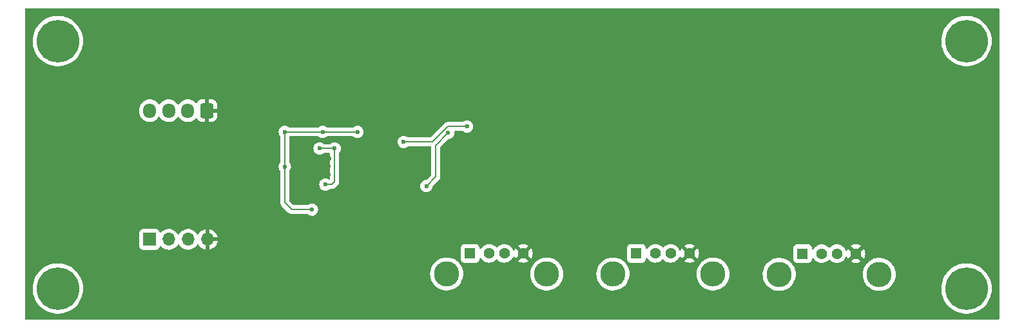
<source format=gbr>
%TF.GenerationSoftware,KiCad,Pcbnew,6.0.5*%
%TF.CreationDate,2022-06-14T18:54:29+02:00*%
%TF.ProjectId,usb host hub,75736220-686f-4737-9420-6875622e6b69,rev?*%
%TF.SameCoordinates,Original*%
%TF.FileFunction,Copper,L2,Bot*%
%TF.FilePolarity,Positive*%
%FSLAX46Y46*%
G04 Gerber Fmt 4.6, Leading zero omitted, Abs format (unit mm)*
G04 Created by KiCad (PCBNEW 6.0.5) date 2022-06-14 18:54:29*
%MOMM*%
%LPD*%
G01*
G04 APERTURE LIST*
G04 Aperture macros list*
%AMRoundRect*
0 Rectangle with rounded corners*
0 $1 Rounding radius*
0 $2 $3 $4 $5 $6 $7 $8 $9 X,Y pos of 4 corners*
0 Add a 4 corners polygon primitive as box body*
4,1,4,$2,$3,$4,$5,$6,$7,$8,$9,$2,$3,0*
0 Add four circle primitives for the rounded corners*
1,1,$1+$1,$2,$3*
1,1,$1+$1,$4,$5*
1,1,$1+$1,$6,$7*
1,1,$1+$1,$8,$9*
0 Add four rect primitives between the rounded corners*
20,1,$1+$1,$2,$3,$4,$5,0*
20,1,$1+$1,$4,$5,$6,$7,0*
20,1,$1+$1,$6,$7,$8,$9,0*
20,1,$1+$1,$8,$9,$2,$3,0*%
G04 Aperture macros list end*
%TA.AperFunction,ComponentPad*%
%ADD10R,1.428000X1.428000*%
%TD*%
%TA.AperFunction,ComponentPad*%
%ADD11C,1.428000*%
%TD*%
%TA.AperFunction,ComponentPad*%
%ADD12C,3.316000*%
%TD*%
%TA.AperFunction,ComponentPad*%
%ADD13RoundRect,0.250000X0.600000X0.725000X-0.600000X0.725000X-0.600000X-0.725000X0.600000X-0.725000X0*%
%TD*%
%TA.AperFunction,ComponentPad*%
%ADD14O,1.700000X1.950000*%
%TD*%
%TA.AperFunction,ComponentPad*%
%ADD15C,5.600000*%
%TD*%
%TA.AperFunction,ComponentPad*%
%ADD16R,1.700000X1.700000*%
%TD*%
%TA.AperFunction,ComponentPad*%
%ADD17O,1.700000X1.700000*%
%TD*%
%TA.AperFunction,ViaPad*%
%ADD18C,0.600000*%
%TD*%
%TA.AperFunction,Conductor*%
%ADD19C,0.150000*%
%TD*%
G04 APERTURE END LIST*
D10*
%TO.P,J6,1,P1*%
%TO.N,VBUS*%
X152202000Y-88900000D03*
D11*
%TO.P,J6,2,P2*%
%TO.N,ESD_USB_D1-*%
X154702000Y-88900000D03*
%TO.P,J6,3,P3*%
%TO.N,ESD_USB_D1+*%
X156702000Y-88900000D03*
%TO.P,J6,4,P4*%
%TO.N,GND*%
X159202000Y-88900000D03*
D12*
%TO.P,J6,SH1,SHIELD*%
%TO.N,unconnected-(J6-PadSH1)*%
X149132000Y-91610000D03*
%TO.P,J6,SH2,SHIELD*%
X162272000Y-91610000D03*
%TD*%
D10*
%TO.P,J2,1,P1*%
%TO.N,VBUS*%
X108514000Y-88855500D03*
D11*
%TO.P,J2,2,P2*%
%TO.N,ESD_USB_D3-*%
X111014000Y-88855500D03*
%TO.P,J2,3,P3*%
%TO.N,ESD_USB_D3+*%
X113014000Y-88855500D03*
%TO.P,J2,4,P4*%
%TO.N,GND*%
X115514000Y-88855500D03*
D12*
%TO.P,J2,SH1,SHIELD*%
%TO.N,unconnected-(J2-PadSH1)*%
X105444000Y-91565500D03*
%TO.P,J2,SH2,SHIELD*%
X118584000Y-91565500D03*
%TD*%
D10*
%TO.P,J1,1,P1*%
%TO.N,VBUS*%
X130358000Y-88855500D03*
D11*
%TO.P,J1,2,P2*%
%TO.N,ESD_USB_D2-*%
X132858000Y-88855500D03*
%TO.P,J1,3,P3*%
%TO.N,ESD_USB_D2+*%
X134858000Y-88855500D03*
%TO.P,J1,4,P4*%
%TO.N,GND*%
X137358000Y-88855500D03*
D12*
%TO.P,J1,SH1,SHIELD*%
%TO.N,unconnected-(J1-PadSH1)*%
X127288000Y-91565500D03*
%TO.P,J1,SH2,SHIELD*%
X140428000Y-91565500D03*
%TD*%
D13*
%TO.P,J5,1,Pin_1*%
%TO.N,GND*%
X73914000Y-70104000D03*
D14*
%TO.P,J5,2,Pin_2*%
%TO.N,UART_TX*%
X71414000Y-70104000D03*
%TO.P,J5,3,Pin_3*%
%TO.N,UART_RX*%
X68914000Y-70104000D03*
%TO.P,J5,4,Pin_4*%
%TO.N,VBUS*%
X66414000Y-70104000D03*
%TD*%
D15*
%TO.P,H4,1*%
%TO.N,N/C*%
X173736000Y-60960000D03*
%TD*%
%TO.P,H2,1*%
%TO.N,N/C*%
X173736000Y-93472000D03*
%TD*%
%TO.P,H3,1*%
%TO.N,N/C*%
X54356000Y-60960000D03*
%TD*%
D16*
%TO.P,J4,1,Pin_1*%
%TO.N,VBUS*%
X66395600Y-87020400D03*
D17*
%TO.P,J4,2,Pin_2*%
%TO.N,SWD*%
X68935600Y-87020400D03*
%TO.P,J4,3,Pin_3*%
%TO.N,SWCLK*%
X71475600Y-87020400D03*
%TO.P,J4,4,Pin_4*%
%TO.N,GND*%
X74015600Y-87020400D03*
%TD*%
D15*
%TO.P,H1,1*%
%TO.N,N/C*%
X54356000Y-93472000D03*
%TD*%
D18*
%TO.N,GND*%
X68910200Y-81026000D03*
X142748000Y-85344000D03*
X62484000Y-88392000D03*
X78181200Y-89806943D03*
X74625200Y-92252800D03*
X99695000Y-83921600D03*
X73456800Y-91109800D03*
X69748400Y-63398400D03*
X92710000Y-73652543D03*
X117602000Y-66954400D03*
X141757400Y-83693000D03*
X87892889Y-78486000D03*
X88696800Y-84930143D03*
X59436000Y-88392000D03*
X81330800Y-64660943D03*
X162407600Y-85344000D03*
X164871400Y-85344000D03*
X88959689Y-78460600D03*
X56692800Y-73660000D03*
X120015000Y-83947000D03*
X118516400Y-68554600D03*
X91440000Y-69842543D03*
X68935600Y-91694000D03*
X68935600Y-94132400D03*
X99644200Y-86182200D03*
X55600600Y-72440800D03*
X83769200Y-66845343D03*
X60960000Y-90043000D03*
X67767200Y-90525600D03*
X87892889Y-77444600D03*
X88934289Y-77444600D03*
X91694000Y-60604400D03*
X100863400Y-85090000D03*
X67767200Y-92913200D03*
X99644200Y-88646000D03*
X68961000Y-76301600D03*
X63804800Y-77038200D03*
X70053200Y-82473800D03*
X119024400Y-85471000D03*
X93827600Y-60604400D03*
X63804800Y-79857600D03*
X92710000Y-81272543D03*
X89975689Y-78486000D03*
X100787200Y-87579200D03*
X87892889Y-76403200D03*
X77012800Y-92252800D03*
X163703000Y-83591400D03*
X81330800Y-66845343D03*
X82804000Y-64660943D03*
X100787200Y-90093800D03*
X79959200Y-71264943D03*
X70053200Y-79959200D03*
X89560400Y-60604400D03*
X70129400Y-77470000D03*
X57912000Y-89916000D03*
X70840600Y-64617600D03*
X89975689Y-77444600D03*
X89611200Y-84930143D03*
X72237600Y-63474600D03*
X63804800Y-78384400D03*
X75793600Y-91084400D03*
X62484000Y-91440000D03*
X54432200Y-73609200D03*
X80873600Y-72179343D03*
X88934289Y-76403200D03*
X140665200Y-85344000D03*
X74752200Y-63474600D03*
X73304400Y-64617600D03*
X68580000Y-64566800D03*
X116611400Y-68478400D03*
X120929400Y-85547200D03*
X59436000Y-91440000D03*
X90026489Y-76403200D03*
X68910200Y-78562200D03*
%TO.N,+3V3*%
X93726000Y-72890543D03*
X89154000Y-72890543D03*
X84175600Y-77462543D03*
X99796600Y-74218800D03*
X84175600Y-72890543D03*
X87731600Y-83101343D03*
X108127800Y-72186800D03*
%TO.N,+1V1*%
X89509600Y-79806800D03*
X88747600Y-75082400D03*
X90728800Y-75082400D03*
%TO.N,/VD18*%
X105638600Y-73050400D03*
X102793800Y-80010000D03*
%TD*%
D19*
%TO.N,+3V3*%
X105587800Y-72186800D02*
X108127800Y-72186800D01*
X84175600Y-77462543D02*
X84175600Y-82186943D01*
X84175600Y-72890543D02*
X89154000Y-72890543D01*
X85090000Y-83101343D02*
X87731600Y-83101343D01*
X103555800Y-74218800D02*
X105587800Y-72186800D01*
X84175600Y-77462543D02*
X84175600Y-72890543D01*
X93726000Y-72890543D02*
X89154000Y-72890543D01*
X99796600Y-74218800D02*
X103555800Y-74218800D01*
X84175600Y-82186943D02*
X85090000Y-83101343D01*
%TO.N,+1V1*%
X90373200Y-79806800D02*
X90728800Y-79451200D01*
X90728800Y-79451200D02*
X90728800Y-75082400D01*
X89509600Y-79806800D02*
X90373200Y-79806800D01*
X88747600Y-75082400D02*
X90728800Y-75082400D01*
%TO.N,/VD18*%
X104013000Y-78790800D02*
X104013000Y-74676000D01*
X104013000Y-74676000D02*
X105638600Y-73050400D01*
X102793800Y-80010000D02*
X104013000Y-78790800D01*
%TD*%
%TA.AperFunction,Conductor*%
%TO.N,GND*%
G36*
X177995621Y-56662502D02*
G01*
X178042114Y-56716158D01*
X178053500Y-56768500D01*
X178053500Y-97434900D01*
X178033498Y-97503021D01*
X177979842Y-97549514D01*
X177927500Y-97560900D01*
X50164500Y-97560900D01*
X50096379Y-97540898D01*
X50049886Y-97487242D01*
X50038500Y-97434900D01*
X50038500Y-93460434D01*
X51042661Y-93460434D01*
X51042833Y-93463829D01*
X51042833Y-93463830D01*
X51049686Y-93599100D01*
X51060792Y-93818340D01*
X51061329Y-93821695D01*
X51061330Y-93821701D01*
X51066316Y-93852828D01*
X51117470Y-94172195D01*
X51212033Y-94517859D01*
X51343374Y-94851288D01*
X51509957Y-95168582D01*
X51511858Y-95171411D01*
X51511864Y-95171421D01*
X51695569Y-95444800D01*
X51709834Y-95466029D01*
X51940665Y-95740150D01*
X52199751Y-95987738D01*
X52484061Y-96205897D01*
X52516056Y-96225350D01*
X52787355Y-96390303D01*
X52787360Y-96390306D01*
X52790270Y-96392075D01*
X52793358Y-96393521D01*
X52793357Y-96393521D01*
X53111710Y-96542649D01*
X53111720Y-96542653D01*
X53114794Y-96544093D01*
X53118012Y-96545195D01*
X53118015Y-96545196D01*
X53450615Y-96659071D01*
X53450623Y-96659073D01*
X53453838Y-96660174D01*
X53803435Y-96738959D01*
X53855728Y-96744917D01*
X54156114Y-96779142D01*
X54156122Y-96779142D01*
X54159497Y-96779527D01*
X54162901Y-96779545D01*
X54162904Y-96779545D01*
X54357227Y-96780562D01*
X54517857Y-96781403D01*
X54521243Y-96781053D01*
X54521245Y-96781053D01*
X54870932Y-96744917D01*
X54870941Y-96744916D01*
X54874324Y-96744566D01*
X54877657Y-96743852D01*
X54877660Y-96743851D01*
X55050186Y-96706864D01*
X55224727Y-96669446D01*
X55564968Y-96556922D01*
X55891066Y-96408311D01*
X55985052Y-96352506D01*
X56196262Y-96227099D01*
X56196267Y-96227096D01*
X56199207Y-96225350D01*
X56485786Y-96010180D01*
X56747451Y-95765319D01*
X56981140Y-95493630D01*
X57087750Y-95338512D01*
X57182190Y-95201101D01*
X57182195Y-95201094D01*
X57184120Y-95198292D01*
X57185732Y-95195298D01*
X57185737Y-95195290D01*
X57352395Y-94885772D01*
X57354017Y-94882760D01*
X57488842Y-94550724D01*
X57499142Y-94514568D01*
X57519527Y-94443006D01*
X57587020Y-94206070D01*
X57647401Y-93852828D01*
X57649511Y-93818340D01*
X57669168Y-93496928D01*
X57669278Y-93495131D01*
X57669327Y-93481071D01*
X57669353Y-93473819D01*
X57669353Y-93473806D01*
X57669359Y-93472000D01*
X57649979Y-93114159D01*
X57592066Y-92760505D01*
X57496297Y-92415173D01*
X57493243Y-92407497D01*
X57365052Y-92085369D01*
X57363793Y-92082205D01*
X57272293Y-91909391D01*
X57197702Y-91768513D01*
X57197698Y-91768506D01*
X57196103Y-91765494D01*
X57045301Y-91542760D01*
X103272557Y-91542760D01*
X103289561Y-91837669D01*
X103290386Y-91841874D01*
X103290387Y-91841882D01*
X103299118Y-91886382D01*
X103346432Y-92127542D01*
X103347819Y-92131592D01*
X103347820Y-92131597D01*
X103385506Y-92241668D01*
X103442117Y-92407014D01*
X103574845Y-92670915D01*
X103577271Y-92674444D01*
X103577274Y-92674450D01*
X103638737Y-92763878D01*
X103742161Y-92914361D01*
X103745042Y-92917527D01*
X103927059Y-93117561D01*
X103940968Y-93132847D01*
X103944256Y-93135596D01*
X104164296Y-93319579D01*
X104164301Y-93319583D01*
X104167588Y-93322331D01*
X104242167Y-93369114D01*
X104414187Y-93477022D01*
X104414191Y-93477024D01*
X104417827Y-93479305D01*
X104520295Y-93525571D01*
X104683142Y-93599100D01*
X104683146Y-93599102D01*
X104687054Y-93600866D01*
X104691173Y-93602086D01*
X104966175Y-93683546D01*
X104966180Y-93683547D01*
X104970288Y-93684764D01*
X104974522Y-93685412D01*
X104974527Y-93685413D01*
X105258046Y-93728797D01*
X105258048Y-93728797D01*
X105262288Y-93729446D01*
X105412669Y-93731808D01*
X105553360Y-93734019D01*
X105553366Y-93734019D01*
X105557651Y-93734086D01*
X105850910Y-93698598D01*
X106136640Y-93623638D01*
X106409553Y-93510594D01*
X106664599Y-93361557D01*
X106897059Y-93179285D01*
X106939397Y-93135596D01*
X107099647Y-92970229D01*
X107102630Y-92967151D01*
X107105163Y-92963703D01*
X107105167Y-92963698D01*
X107274972Y-92732536D01*
X107277510Y-92729081D01*
X107418463Y-92469480D01*
X107506064Y-92237650D01*
X107521361Y-92197168D01*
X107521362Y-92197164D01*
X107522879Y-92193150D01*
X107588826Y-91905207D01*
X107595237Y-91833382D01*
X107614866Y-91613442D01*
X107615086Y-91610978D01*
X107615290Y-91591540D01*
X107615536Y-91567985D01*
X107615562Y-91565500D01*
X107614012Y-91542760D01*
X116412557Y-91542760D01*
X116429561Y-91837669D01*
X116430386Y-91841874D01*
X116430387Y-91841882D01*
X116439118Y-91886382D01*
X116486432Y-92127542D01*
X116487819Y-92131592D01*
X116487820Y-92131597D01*
X116525506Y-92241668D01*
X116582117Y-92407014D01*
X116714845Y-92670915D01*
X116717271Y-92674444D01*
X116717274Y-92674450D01*
X116778737Y-92763878D01*
X116882161Y-92914361D01*
X116885042Y-92917527D01*
X117067059Y-93117561D01*
X117080968Y-93132847D01*
X117084256Y-93135596D01*
X117304296Y-93319579D01*
X117304301Y-93319583D01*
X117307588Y-93322331D01*
X117382167Y-93369114D01*
X117554187Y-93477022D01*
X117554191Y-93477024D01*
X117557827Y-93479305D01*
X117660295Y-93525571D01*
X117823142Y-93599100D01*
X117823146Y-93599102D01*
X117827054Y-93600866D01*
X117831173Y-93602086D01*
X118106175Y-93683546D01*
X118106180Y-93683547D01*
X118110288Y-93684764D01*
X118114522Y-93685412D01*
X118114527Y-93685413D01*
X118398046Y-93728797D01*
X118398048Y-93728797D01*
X118402288Y-93729446D01*
X118552669Y-93731808D01*
X118693360Y-93734019D01*
X118693366Y-93734019D01*
X118697651Y-93734086D01*
X118990910Y-93698598D01*
X119276640Y-93623638D01*
X119549553Y-93510594D01*
X119804599Y-93361557D01*
X120037059Y-93179285D01*
X120079397Y-93135596D01*
X120239647Y-92970229D01*
X120242630Y-92967151D01*
X120245163Y-92963703D01*
X120245167Y-92963698D01*
X120414972Y-92732536D01*
X120417510Y-92729081D01*
X120558463Y-92469480D01*
X120646064Y-92237650D01*
X120661361Y-92197168D01*
X120661362Y-92197164D01*
X120662879Y-92193150D01*
X120728826Y-91905207D01*
X120735237Y-91833382D01*
X120754866Y-91613442D01*
X120755086Y-91610978D01*
X120755290Y-91591540D01*
X120755536Y-91567985D01*
X120755562Y-91565500D01*
X120754012Y-91542760D01*
X125116557Y-91542760D01*
X125133561Y-91837669D01*
X125134386Y-91841874D01*
X125134387Y-91841882D01*
X125143118Y-91886382D01*
X125190432Y-92127542D01*
X125191819Y-92131592D01*
X125191820Y-92131597D01*
X125229506Y-92241668D01*
X125286117Y-92407014D01*
X125418845Y-92670915D01*
X125421271Y-92674444D01*
X125421274Y-92674450D01*
X125482737Y-92763878D01*
X125586161Y-92914361D01*
X125589042Y-92917527D01*
X125771059Y-93117561D01*
X125784968Y-93132847D01*
X125788256Y-93135596D01*
X126008296Y-93319579D01*
X126008301Y-93319583D01*
X126011588Y-93322331D01*
X126086167Y-93369114D01*
X126258187Y-93477022D01*
X126258191Y-93477024D01*
X126261827Y-93479305D01*
X126364295Y-93525571D01*
X126527142Y-93599100D01*
X126527146Y-93599102D01*
X126531054Y-93600866D01*
X126535173Y-93602086D01*
X126810175Y-93683546D01*
X126810180Y-93683547D01*
X126814288Y-93684764D01*
X126818522Y-93685412D01*
X126818527Y-93685413D01*
X127102046Y-93728797D01*
X127102048Y-93728797D01*
X127106288Y-93729446D01*
X127256669Y-93731808D01*
X127397360Y-93734019D01*
X127397366Y-93734019D01*
X127401651Y-93734086D01*
X127694910Y-93698598D01*
X127980640Y-93623638D01*
X128253553Y-93510594D01*
X128508599Y-93361557D01*
X128741059Y-93179285D01*
X128783397Y-93135596D01*
X128943647Y-92970229D01*
X128946630Y-92967151D01*
X128949163Y-92963703D01*
X128949167Y-92963698D01*
X129118972Y-92732536D01*
X129121510Y-92729081D01*
X129262463Y-92469480D01*
X129350064Y-92237650D01*
X129365361Y-92197168D01*
X129365362Y-92197164D01*
X129366879Y-92193150D01*
X129432826Y-91905207D01*
X129439237Y-91833382D01*
X129458866Y-91613442D01*
X129459086Y-91610978D01*
X129459290Y-91591540D01*
X129459536Y-91567985D01*
X129459562Y-91565500D01*
X129458012Y-91542760D01*
X138256557Y-91542760D01*
X138273561Y-91837669D01*
X138274386Y-91841874D01*
X138274387Y-91841882D01*
X138283118Y-91886382D01*
X138330432Y-92127542D01*
X138331819Y-92131592D01*
X138331820Y-92131597D01*
X138369506Y-92241668D01*
X138426117Y-92407014D01*
X138558845Y-92670915D01*
X138561271Y-92674444D01*
X138561274Y-92674450D01*
X138622737Y-92763878D01*
X138726161Y-92914361D01*
X138729042Y-92917527D01*
X138911059Y-93117561D01*
X138924968Y-93132847D01*
X138928256Y-93135596D01*
X139148296Y-93319579D01*
X139148301Y-93319583D01*
X139151588Y-93322331D01*
X139226167Y-93369114D01*
X139398187Y-93477022D01*
X139398191Y-93477024D01*
X139401827Y-93479305D01*
X139504295Y-93525571D01*
X139667142Y-93599100D01*
X139667146Y-93599102D01*
X139671054Y-93600866D01*
X139675173Y-93602086D01*
X139950175Y-93683546D01*
X139950180Y-93683547D01*
X139954288Y-93684764D01*
X139958522Y-93685412D01*
X139958527Y-93685413D01*
X140242046Y-93728797D01*
X140242048Y-93728797D01*
X140246288Y-93729446D01*
X140396669Y-93731808D01*
X140537360Y-93734019D01*
X140537366Y-93734019D01*
X140541651Y-93734086D01*
X140834910Y-93698598D01*
X141120640Y-93623638D01*
X141393553Y-93510594D01*
X141648599Y-93361557D01*
X141881059Y-93179285D01*
X141923397Y-93135596D01*
X142083647Y-92970229D01*
X142086630Y-92967151D01*
X142089163Y-92963703D01*
X142089167Y-92963698D01*
X142258972Y-92732536D01*
X142261510Y-92729081D01*
X142402463Y-92469480D01*
X142490064Y-92237650D01*
X142505361Y-92197168D01*
X142505362Y-92197164D01*
X142506879Y-92193150D01*
X142572826Y-91905207D01*
X142579237Y-91833382D01*
X142598866Y-91613442D01*
X142599086Y-91610978D01*
X142599290Y-91591540D01*
X142599335Y-91587260D01*
X146960557Y-91587260D01*
X146977561Y-91882169D01*
X146978386Y-91886374D01*
X146978387Y-91886382D01*
X146989972Y-91945430D01*
X147034432Y-92172042D01*
X147035819Y-92176092D01*
X147035820Y-92176097D01*
X147118802Y-92418466D01*
X147130117Y-92451514D01*
X147262845Y-92715415D01*
X147265271Y-92718944D01*
X147265274Y-92718950D01*
X147300231Y-92769812D01*
X147430161Y-92958861D01*
X147433042Y-92962027D01*
X147590978Y-93135596D01*
X147628968Y-93177347D01*
X147632256Y-93180096D01*
X147852296Y-93364079D01*
X147852301Y-93364083D01*
X147855588Y-93366831D01*
X147980708Y-93445318D01*
X148102187Y-93521522D01*
X148102191Y-93521524D01*
X148105827Y-93523805D01*
X148178761Y-93556736D01*
X148371142Y-93643600D01*
X148371146Y-93643602D01*
X148375054Y-93645366D01*
X148379173Y-93646586D01*
X148654175Y-93728046D01*
X148654180Y-93728047D01*
X148658288Y-93729264D01*
X148662522Y-93729912D01*
X148662527Y-93729913D01*
X148946046Y-93773297D01*
X148946048Y-93773297D01*
X148950288Y-93773946D01*
X149100669Y-93776308D01*
X149241360Y-93778519D01*
X149241366Y-93778519D01*
X149245651Y-93778586D01*
X149538910Y-93743098D01*
X149761266Y-93684764D01*
X149820497Y-93669225D01*
X149820498Y-93669225D01*
X149824640Y-93668138D01*
X150097553Y-93555094D01*
X150352599Y-93406057D01*
X150585059Y-93223785D01*
X150627397Y-93180096D01*
X150787647Y-93014729D01*
X150790630Y-93011651D01*
X150793163Y-93008203D01*
X150793167Y-93008198D01*
X150962972Y-92777036D01*
X150965510Y-92773581D01*
X151106463Y-92513980D01*
X151210879Y-92237650D01*
X151276826Y-91949707D01*
X151281180Y-91900930D01*
X151302866Y-91657942D01*
X151303086Y-91655478D01*
X151303562Y-91610000D01*
X151302012Y-91587260D01*
X160100557Y-91587260D01*
X160117561Y-91882169D01*
X160118386Y-91886374D01*
X160118387Y-91886382D01*
X160129972Y-91945430D01*
X160174432Y-92172042D01*
X160175819Y-92176092D01*
X160175820Y-92176097D01*
X160258802Y-92418466D01*
X160270117Y-92451514D01*
X160402845Y-92715415D01*
X160405271Y-92718944D01*
X160405274Y-92718950D01*
X160440231Y-92769812D01*
X160570161Y-92958861D01*
X160573042Y-92962027D01*
X160730978Y-93135596D01*
X160768968Y-93177347D01*
X160772256Y-93180096D01*
X160992296Y-93364079D01*
X160992301Y-93364083D01*
X160995588Y-93366831D01*
X161120708Y-93445318D01*
X161242187Y-93521522D01*
X161242191Y-93521524D01*
X161245827Y-93523805D01*
X161318761Y-93556736D01*
X161511142Y-93643600D01*
X161511146Y-93643602D01*
X161515054Y-93645366D01*
X161519173Y-93646586D01*
X161794175Y-93728046D01*
X161794180Y-93728047D01*
X161798288Y-93729264D01*
X161802522Y-93729912D01*
X161802527Y-93729913D01*
X162086046Y-93773297D01*
X162086048Y-93773297D01*
X162090288Y-93773946D01*
X162240669Y-93776308D01*
X162381360Y-93778519D01*
X162381366Y-93778519D01*
X162385651Y-93778586D01*
X162678910Y-93743098D01*
X162901266Y-93684764D01*
X162960497Y-93669225D01*
X162960498Y-93669225D01*
X162964640Y-93668138D01*
X163237553Y-93555094D01*
X163399544Y-93460434D01*
X170422661Y-93460434D01*
X170422833Y-93463829D01*
X170422833Y-93463830D01*
X170429686Y-93599100D01*
X170440792Y-93818340D01*
X170441329Y-93821695D01*
X170441330Y-93821701D01*
X170446316Y-93852828D01*
X170497470Y-94172195D01*
X170592033Y-94517859D01*
X170723374Y-94851288D01*
X170889957Y-95168582D01*
X170891858Y-95171411D01*
X170891864Y-95171421D01*
X171075569Y-95444800D01*
X171089834Y-95466029D01*
X171320665Y-95740150D01*
X171579751Y-95987738D01*
X171864061Y-96205897D01*
X171896056Y-96225350D01*
X172167355Y-96390303D01*
X172167360Y-96390306D01*
X172170270Y-96392075D01*
X172173358Y-96393521D01*
X172173357Y-96393521D01*
X172491710Y-96542649D01*
X172491720Y-96542653D01*
X172494794Y-96544093D01*
X172498012Y-96545195D01*
X172498015Y-96545196D01*
X172830615Y-96659071D01*
X172830623Y-96659073D01*
X172833838Y-96660174D01*
X173183435Y-96738959D01*
X173235728Y-96744917D01*
X173536114Y-96779142D01*
X173536122Y-96779142D01*
X173539497Y-96779527D01*
X173542901Y-96779545D01*
X173542904Y-96779545D01*
X173737227Y-96780562D01*
X173897857Y-96781403D01*
X173901243Y-96781053D01*
X173901245Y-96781053D01*
X174250932Y-96744917D01*
X174250941Y-96744916D01*
X174254324Y-96744566D01*
X174257657Y-96743852D01*
X174257660Y-96743851D01*
X174430186Y-96706864D01*
X174604727Y-96669446D01*
X174944968Y-96556922D01*
X175271066Y-96408311D01*
X175365052Y-96352506D01*
X175576262Y-96227099D01*
X175576267Y-96227096D01*
X175579207Y-96225350D01*
X175865786Y-96010180D01*
X176127451Y-95765319D01*
X176361140Y-95493630D01*
X176467750Y-95338512D01*
X176562190Y-95201101D01*
X176562195Y-95201094D01*
X176564120Y-95198292D01*
X176565732Y-95195298D01*
X176565737Y-95195290D01*
X176732395Y-94885772D01*
X176734017Y-94882760D01*
X176868842Y-94550724D01*
X176879142Y-94514568D01*
X176899527Y-94443006D01*
X176967020Y-94206070D01*
X177027401Y-93852828D01*
X177029511Y-93818340D01*
X177049168Y-93496928D01*
X177049278Y-93495131D01*
X177049327Y-93481071D01*
X177049353Y-93473819D01*
X177049353Y-93473806D01*
X177049359Y-93472000D01*
X177029979Y-93114159D01*
X176972066Y-92760505D01*
X176876297Y-92415173D01*
X176873243Y-92407497D01*
X176745052Y-92085369D01*
X176743793Y-92082205D01*
X176652293Y-91909391D01*
X176577702Y-91768513D01*
X176577698Y-91768506D01*
X176576103Y-91765494D01*
X176375190Y-91468746D01*
X176143403Y-91195432D01*
X175883454Y-90948750D01*
X175598384Y-90731585D01*
X175595472Y-90729828D01*
X175595467Y-90729825D01*
X175294443Y-90548236D01*
X175294437Y-90548233D01*
X175291528Y-90546478D01*
X175021604Y-90421183D01*
X174969571Y-90397030D01*
X174969569Y-90397029D01*
X174966475Y-90395593D01*
X174796751Y-90338145D01*
X174630255Y-90281789D01*
X174630250Y-90281788D01*
X174627028Y-90280697D01*
X174365360Y-90222686D01*
X174280493Y-90203871D01*
X174280487Y-90203870D01*
X174277158Y-90203132D01*
X174273769Y-90202758D01*
X174273764Y-90202757D01*
X173924338Y-90164180D01*
X173924333Y-90164180D01*
X173920957Y-90163807D01*
X173917558Y-90163801D01*
X173917557Y-90163801D01*
X173748080Y-90163505D01*
X173562592Y-90163182D01*
X173449413Y-90175277D01*
X173209639Y-90200901D01*
X173209631Y-90200902D01*
X173206256Y-90201263D01*
X172856117Y-90277606D01*
X172516271Y-90391317D01*
X172513178Y-90392739D01*
X172513177Y-90392740D01*
X172409183Y-90440572D01*
X172190694Y-90541066D01*
X172187760Y-90542822D01*
X172187758Y-90542823D01*
X171886789Y-90722949D01*
X171883193Y-90725101D01*
X171880467Y-90727163D01*
X171880465Y-90727164D01*
X171874620Y-90731585D01*
X171597367Y-90941270D01*
X171594882Y-90943612D01*
X171594877Y-90943616D01*
X171534914Y-91000123D01*
X171336559Y-91187043D01*
X171103819Y-91459546D01*
X171101900Y-91462358D01*
X171101897Y-91462363D01*
X171013779Y-91591540D01*
X170901871Y-91755591D01*
X170733077Y-92071714D01*
X170599411Y-92404218D01*
X170598491Y-92407492D01*
X170598489Y-92407497D01*
X170507125Y-92732536D01*
X170502437Y-92749213D01*
X170443290Y-93102663D01*
X170422661Y-93460434D01*
X163399544Y-93460434D01*
X163492599Y-93406057D01*
X163725059Y-93223785D01*
X163767397Y-93180096D01*
X163927647Y-93014729D01*
X163930630Y-93011651D01*
X163933163Y-93008203D01*
X163933167Y-93008198D01*
X164102972Y-92777036D01*
X164105510Y-92773581D01*
X164246463Y-92513980D01*
X164350879Y-92237650D01*
X164416826Y-91949707D01*
X164421180Y-91900930D01*
X164442866Y-91657942D01*
X164443086Y-91655478D01*
X164443562Y-91610000D01*
X164433305Y-91459546D01*
X164423762Y-91319562D01*
X164423761Y-91319556D01*
X164423470Y-91315285D01*
X164363567Y-91026024D01*
X164264961Y-90747569D01*
X164257776Y-90733647D01*
X164131442Y-90488879D01*
X164131442Y-90488878D01*
X164129477Y-90485072D01*
X164100878Y-90444379D01*
X163962084Y-90246897D01*
X163959621Y-90243392D01*
X163792930Y-90064011D01*
X163761457Y-90030142D01*
X163761454Y-90030139D01*
X163758536Y-90026999D01*
X163755221Y-90024285D01*
X163755217Y-90024282D01*
X163593388Y-89891827D01*
X163529945Y-89839899D01*
X163278076Y-89685554D01*
X163265005Y-89679816D01*
X163011522Y-89568545D01*
X163007590Y-89566819D01*
X162990761Y-89562025D01*
X162907838Y-89538404D01*
X162723493Y-89485892D01*
X162719251Y-89485288D01*
X162719245Y-89485287D01*
X162435292Y-89444875D01*
X162431041Y-89444270D01*
X162275386Y-89443455D01*
X162139932Y-89442745D01*
X162139925Y-89442745D01*
X162135646Y-89442723D01*
X162131402Y-89443282D01*
X162131398Y-89443282D01*
X162002557Y-89460244D01*
X161842775Y-89481280D01*
X161838635Y-89482413D01*
X161838633Y-89482413D01*
X161561991Y-89558094D01*
X161557846Y-89559228D01*
X161286131Y-89675124D01*
X161217064Y-89716460D01*
X161036342Y-89824620D01*
X161036338Y-89824623D01*
X161032660Y-89826824D01*
X161029317Y-89829502D01*
X161029313Y-89829505D01*
X160951523Y-89891827D01*
X160802122Y-90011520D01*
X160799178Y-90014622D01*
X160799174Y-90014626D01*
X160734603Y-90082670D01*
X160598783Y-90225794D01*
X160478820Y-90392740D01*
X160441714Y-90444379D01*
X160426405Y-90465683D01*
X160288179Y-90726746D01*
X160286704Y-90730777D01*
X160201414Y-90963846D01*
X160186663Y-91004154D01*
X160123734Y-91292772D01*
X160100557Y-91587260D01*
X151302012Y-91587260D01*
X151293305Y-91459546D01*
X151283762Y-91319562D01*
X151283761Y-91319556D01*
X151283470Y-91315285D01*
X151223567Y-91026024D01*
X151124961Y-90747569D01*
X151117776Y-90733647D01*
X150991442Y-90488879D01*
X150991442Y-90488878D01*
X150989477Y-90485072D01*
X150960878Y-90444379D01*
X150822084Y-90246897D01*
X150819621Y-90243392D01*
X150652930Y-90064011D01*
X150621457Y-90030142D01*
X150621454Y-90030139D01*
X150618536Y-90026999D01*
X150615221Y-90024285D01*
X150615217Y-90024282D01*
X150453388Y-89891827D01*
X150389945Y-89839899D01*
X150138076Y-89685554D01*
X150125005Y-89679816D01*
X150084724Y-89662134D01*
X150979500Y-89662134D01*
X150986255Y-89724316D01*
X151037385Y-89860705D01*
X151124739Y-89977261D01*
X151241295Y-90064615D01*
X151377684Y-90115745D01*
X151439866Y-90122500D01*
X152964134Y-90122500D01*
X153026316Y-90115745D01*
X153162705Y-90064615D01*
X153279261Y-89977261D01*
X153366615Y-89860705D01*
X153417745Y-89724316D01*
X153424500Y-89662134D01*
X153424500Y-89606525D01*
X153444502Y-89538404D01*
X153498158Y-89491911D01*
X153568432Y-89481807D01*
X153633012Y-89511301D01*
X153653713Y-89534255D01*
X153667068Y-89553328D01*
X153761933Y-89688810D01*
X153913190Y-89840067D01*
X154088415Y-89962760D01*
X154093393Y-89965081D01*
X154093396Y-89965083D01*
X154276289Y-90050368D01*
X154282283Y-90053163D01*
X154287591Y-90054585D01*
X154287593Y-90054586D01*
X154325022Y-90064615D01*
X154488904Y-90108527D01*
X154702000Y-90127170D01*
X154915096Y-90108527D01*
X155078978Y-90064615D01*
X155116407Y-90054586D01*
X155116409Y-90054585D01*
X155121717Y-90053163D01*
X155127711Y-90050368D01*
X155310604Y-89965083D01*
X155310607Y-89965081D01*
X155315585Y-89962760D01*
X155490810Y-89840067D01*
X155612905Y-89717972D01*
X155675217Y-89683946D01*
X155746032Y-89689011D01*
X155791095Y-89717972D01*
X155913190Y-89840067D01*
X156088415Y-89962760D01*
X156093393Y-89965081D01*
X156093396Y-89965083D01*
X156276289Y-90050368D01*
X156282283Y-90053163D01*
X156287591Y-90054585D01*
X156287593Y-90054586D01*
X156325022Y-90064615D01*
X156488904Y-90108527D01*
X156702000Y-90127170D01*
X156915096Y-90108527D01*
X157078978Y-90064615D01*
X157116407Y-90054586D01*
X157116409Y-90054585D01*
X157121717Y-90053163D01*
X157127711Y-90050368D01*
X157310604Y-89965083D01*
X157310607Y-89965081D01*
X157315585Y-89962760D01*
X157370493Y-89924313D01*
X158542242Y-89924313D01*
X158551536Y-89936327D01*
X158584154Y-89959167D01*
X158593656Y-89964653D01*
X158777473Y-90050368D01*
X158787765Y-90054114D01*
X158983676Y-90106608D01*
X158994471Y-90108511D01*
X159196525Y-90126189D01*
X159207475Y-90126189D01*
X159409529Y-90108511D01*
X159420324Y-90106608D01*
X159616235Y-90054114D01*
X159626527Y-90050368D01*
X159810344Y-89964653D01*
X159819846Y-89959167D01*
X159853300Y-89935741D01*
X159861675Y-89925264D01*
X159854606Y-89911816D01*
X159214812Y-89272022D01*
X159200868Y-89264408D01*
X159199035Y-89264539D01*
X159192420Y-89268790D01*
X158548672Y-89912538D01*
X158542242Y-89924313D01*
X157370493Y-89924313D01*
X157490810Y-89840067D01*
X157642067Y-89688810D01*
X157764760Y-89513585D01*
X157773938Y-89493904D01*
X157838081Y-89356349D01*
X157884999Y-89303064D01*
X157953276Y-89283603D01*
X158021236Y-89304145D01*
X158066471Y-89356349D01*
X158137347Y-89508344D01*
X158142833Y-89517846D01*
X158166259Y-89551300D01*
X158176736Y-89559675D01*
X158190184Y-89552606D01*
X158829978Y-88912812D01*
X158836356Y-88901132D01*
X159566408Y-88901132D01*
X159566539Y-88902965D01*
X159570790Y-88909580D01*
X160214538Y-89553328D01*
X160226313Y-89559758D01*
X160238327Y-89550464D01*
X160261167Y-89517846D01*
X160266653Y-89508344D01*
X160352368Y-89324527D01*
X160356114Y-89314235D01*
X160408608Y-89118324D01*
X160410511Y-89107529D01*
X160428189Y-88905475D01*
X160428189Y-88894525D01*
X160410511Y-88692471D01*
X160408608Y-88681676D01*
X160356114Y-88485765D01*
X160352368Y-88475473D01*
X160266653Y-88291656D01*
X160261167Y-88282154D01*
X160237741Y-88248700D01*
X160227264Y-88240325D01*
X160213816Y-88247394D01*
X159574022Y-88887188D01*
X159566408Y-88901132D01*
X158836356Y-88901132D01*
X158837592Y-88898868D01*
X158837461Y-88897035D01*
X158833210Y-88890420D01*
X158189462Y-88246672D01*
X158177687Y-88240242D01*
X158165673Y-88249536D01*
X158142833Y-88282154D01*
X158137347Y-88291656D01*
X158066471Y-88443651D01*
X158019554Y-88496936D01*
X157951277Y-88516397D01*
X157883317Y-88495855D01*
X157838081Y-88443651D01*
X157767083Y-88291396D01*
X157767081Y-88291393D01*
X157764760Y-88286415D01*
X157642067Y-88111190D01*
X157490810Y-87959933D01*
X157369135Y-87874736D01*
X158542325Y-87874736D01*
X158549394Y-87888184D01*
X159189188Y-88527978D01*
X159203132Y-88535592D01*
X159204965Y-88535461D01*
X159211580Y-88531210D01*
X159855328Y-87887462D01*
X159861758Y-87875687D01*
X159852464Y-87863673D01*
X159819846Y-87840833D01*
X159810344Y-87835347D01*
X159626527Y-87749632D01*
X159616235Y-87745886D01*
X159420324Y-87693392D01*
X159409529Y-87691489D01*
X159207475Y-87673811D01*
X159196525Y-87673811D01*
X158994471Y-87691489D01*
X158983676Y-87693392D01*
X158787765Y-87745886D01*
X158777473Y-87749632D01*
X158593656Y-87835347D01*
X158584154Y-87840833D01*
X158550700Y-87864259D01*
X158542325Y-87874736D01*
X157369135Y-87874736D01*
X157315585Y-87837240D01*
X157310607Y-87834919D01*
X157310604Y-87834917D01*
X157126699Y-87749160D01*
X157126697Y-87749159D01*
X157121717Y-87746837D01*
X157116409Y-87745415D01*
X157116407Y-87745414D01*
X157045520Y-87726420D01*
X156915096Y-87691473D01*
X156702000Y-87672830D01*
X156488904Y-87691473D01*
X156358480Y-87726420D01*
X156287593Y-87745414D01*
X156287591Y-87745415D01*
X156282283Y-87746837D01*
X156277303Y-87749159D01*
X156277301Y-87749160D01*
X156093396Y-87834917D01*
X156093393Y-87834919D01*
X156088415Y-87837240D01*
X155913190Y-87959933D01*
X155791095Y-88082028D01*
X155728783Y-88116054D01*
X155657968Y-88110989D01*
X155612905Y-88082028D01*
X155490810Y-87959933D01*
X155315585Y-87837240D01*
X155310607Y-87834919D01*
X155310604Y-87834917D01*
X155126699Y-87749160D01*
X155126697Y-87749159D01*
X155121717Y-87746837D01*
X155116409Y-87745415D01*
X155116407Y-87745414D01*
X155045520Y-87726420D01*
X154915096Y-87691473D01*
X154702000Y-87672830D01*
X154488904Y-87691473D01*
X154358480Y-87726420D01*
X154287593Y-87745414D01*
X154287591Y-87745415D01*
X154282283Y-87746837D01*
X154277303Y-87749159D01*
X154277301Y-87749160D01*
X154093396Y-87834917D01*
X154093393Y-87834919D01*
X154088415Y-87837240D01*
X153913190Y-87959933D01*
X153761933Y-88111190D01*
X153702671Y-88195825D01*
X153653713Y-88265745D01*
X153598256Y-88310074D01*
X153527637Y-88317383D01*
X153464276Y-88285353D01*
X153428291Y-88224151D01*
X153424500Y-88193475D01*
X153424500Y-88137866D01*
X153417745Y-88075684D01*
X153366615Y-87939295D01*
X153279261Y-87822739D01*
X153162705Y-87735385D01*
X153026316Y-87684255D01*
X152964134Y-87677500D01*
X151439866Y-87677500D01*
X151377684Y-87684255D01*
X151241295Y-87735385D01*
X151124739Y-87822739D01*
X151037385Y-87939295D01*
X150986255Y-88075684D01*
X150979500Y-88137866D01*
X150979500Y-89662134D01*
X150084724Y-89662134D01*
X149871522Y-89568545D01*
X149867590Y-89566819D01*
X149850761Y-89562025D01*
X149767838Y-89538404D01*
X149583493Y-89485892D01*
X149579251Y-89485288D01*
X149579245Y-89485287D01*
X149295292Y-89444875D01*
X149291041Y-89444270D01*
X149135386Y-89443455D01*
X148999932Y-89442745D01*
X148999925Y-89442745D01*
X148995646Y-89442723D01*
X148991402Y-89443282D01*
X148991398Y-89443282D01*
X148862557Y-89460244D01*
X148702775Y-89481280D01*
X148698635Y-89482413D01*
X148698633Y-89482413D01*
X148421991Y-89558094D01*
X148417846Y-89559228D01*
X148146131Y-89675124D01*
X148077064Y-89716460D01*
X147896342Y-89824620D01*
X147896338Y-89824623D01*
X147892660Y-89826824D01*
X147889317Y-89829502D01*
X147889313Y-89829505D01*
X147811523Y-89891827D01*
X147662122Y-90011520D01*
X147659178Y-90014622D01*
X147659174Y-90014626D01*
X147594603Y-90082670D01*
X147458783Y-90225794D01*
X147338820Y-90392740D01*
X147301714Y-90444379D01*
X147286405Y-90465683D01*
X147148179Y-90726746D01*
X147146704Y-90730777D01*
X147061414Y-90963846D01*
X147046663Y-91004154D01*
X146983734Y-91292772D01*
X146960557Y-91587260D01*
X142599335Y-91587260D01*
X142599536Y-91567985D01*
X142599562Y-91565500D01*
X142597721Y-91538490D01*
X142579762Y-91275062D01*
X142579761Y-91275056D01*
X142579470Y-91270785D01*
X142519567Y-90981524D01*
X142420961Y-90703069D01*
X142412295Y-90686277D01*
X142287442Y-90444379D01*
X142287442Y-90444378D01*
X142285477Y-90440572D01*
X142115621Y-90198892D01*
X141985838Y-90059229D01*
X141917457Y-89985642D01*
X141917454Y-89985639D01*
X141914536Y-89982499D01*
X141911221Y-89979785D01*
X141911217Y-89979782D01*
X141744378Y-89843226D01*
X141685945Y-89795399D01*
X141434076Y-89641054D01*
X141415335Y-89632827D01*
X141167522Y-89524045D01*
X141163590Y-89522319D01*
X141147888Y-89517846D01*
X141063838Y-89493904D01*
X140879493Y-89441392D01*
X140875251Y-89440788D01*
X140875245Y-89440787D01*
X140591292Y-89400375D01*
X140587041Y-89399770D01*
X140431386Y-89398955D01*
X140295932Y-89398245D01*
X140295925Y-89398245D01*
X140291646Y-89398223D01*
X140287402Y-89398782D01*
X140287398Y-89398782D01*
X140158557Y-89415744D01*
X139998775Y-89436780D01*
X139994635Y-89437913D01*
X139994633Y-89437913D01*
X139726373Y-89511301D01*
X139713846Y-89514728D01*
X139442131Y-89630624D01*
X139359938Y-89679816D01*
X139192342Y-89780120D01*
X139192338Y-89780123D01*
X139188660Y-89782324D01*
X139185317Y-89785002D01*
X139185313Y-89785005D01*
X139090825Y-89860705D01*
X138958122Y-89967020D01*
X138955178Y-89970122D01*
X138955174Y-89970126D01*
X138876375Y-90053163D01*
X138754783Y-90181294D01*
X138582405Y-90421183D01*
X138444179Y-90682246D01*
X138426768Y-90729825D01*
X138345797Y-90951091D01*
X138342663Y-90959654D01*
X138279734Y-91248272D01*
X138256557Y-91542760D01*
X129458012Y-91542760D01*
X129457721Y-91538490D01*
X129439762Y-91275062D01*
X129439761Y-91275056D01*
X129439470Y-91270785D01*
X129379567Y-90981524D01*
X129280961Y-90703069D01*
X129272295Y-90686277D01*
X129147442Y-90444379D01*
X129147442Y-90444378D01*
X129145477Y-90440572D01*
X128975621Y-90198892D01*
X128845838Y-90059229D01*
X128777457Y-89985642D01*
X128777454Y-89985639D01*
X128774536Y-89982499D01*
X128771221Y-89979785D01*
X128771217Y-89979782D01*
X128604378Y-89843226D01*
X128545945Y-89795399D01*
X128294076Y-89641054D01*
X128275335Y-89632827D01*
X128240724Y-89617634D01*
X129135500Y-89617634D01*
X129142255Y-89679816D01*
X129193385Y-89816205D01*
X129280739Y-89932761D01*
X129397295Y-90020115D01*
X129533684Y-90071245D01*
X129595866Y-90078000D01*
X131120134Y-90078000D01*
X131182316Y-90071245D01*
X131318705Y-90020115D01*
X131435261Y-89932761D01*
X131522615Y-89816205D01*
X131573745Y-89679816D01*
X131580500Y-89617634D01*
X131580500Y-89562025D01*
X131600502Y-89493904D01*
X131654158Y-89447411D01*
X131724432Y-89437307D01*
X131789012Y-89466801D01*
X131809713Y-89489755D01*
X131829553Y-89518090D01*
X131917933Y-89644310D01*
X132069190Y-89795567D01*
X132244415Y-89918260D01*
X132249393Y-89920581D01*
X132249396Y-89920583D01*
X132432289Y-90005868D01*
X132438283Y-90008663D01*
X132443591Y-90010085D01*
X132443593Y-90010086D01*
X132481022Y-90020115D01*
X132644904Y-90064027D01*
X132858000Y-90082670D01*
X133071096Y-90064027D01*
X133234978Y-90020115D01*
X133272407Y-90010086D01*
X133272409Y-90010085D01*
X133277717Y-90008663D01*
X133283711Y-90005868D01*
X133466604Y-89920583D01*
X133466607Y-89920581D01*
X133471585Y-89918260D01*
X133646810Y-89795567D01*
X133768905Y-89673472D01*
X133831217Y-89639446D01*
X133902032Y-89644511D01*
X133947095Y-89673472D01*
X134069190Y-89795567D01*
X134244415Y-89918260D01*
X134249393Y-89920581D01*
X134249396Y-89920583D01*
X134432289Y-90005868D01*
X134438283Y-90008663D01*
X134443591Y-90010085D01*
X134443593Y-90010086D01*
X134481022Y-90020115D01*
X134644904Y-90064027D01*
X134858000Y-90082670D01*
X135071096Y-90064027D01*
X135234978Y-90020115D01*
X135272407Y-90010086D01*
X135272409Y-90010085D01*
X135277717Y-90008663D01*
X135283711Y-90005868D01*
X135466604Y-89920583D01*
X135466607Y-89920581D01*
X135471585Y-89918260D01*
X135526493Y-89879813D01*
X136698242Y-89879813D01*
X136707536Y-89891827D01*
X136740154Y-89914667D01*
X136749656Y-89920153D01*
X136933473Y-90005868D01*
X136943765Y-90009614D01*
X137139676Y-90062108D01*
X137150471Y-90064011D01*
X137352525Y-90081689D01*
X137363475Y-90081689D01*
X137565529Y-90064011D01*
X137576324Y-90062108D01*
X137772235Y-90009614D01*
X137782527Y-90005868D01*
X137966344Y-89920153D01*
X137975846Y-89914667D01*
X138009300Y-89891241D01*
X138017675Y-89880764D01*
X138010606Y-89867316D01*
X137370812Y-89227522D01*
X137356868Y-89219908D01*
X137355035Y-89220039D01*
X137348420Y-89224290D01*
X136704672Y-89868038D01*
X136698242Y-89879813D01*
X135526493Y-89879813D01*
X135646810Y-89795567D01*
X135798067Y-89644310D01*
X135920760Y-89469085D01*
X135932050Y-89444875D01*
X135994081Y-89311849D01*
X136040999Y-89258564D01*
X136109276Y-89239103D01*
X136177236Y-89259645D01*
X136222471Y-89311849D01*
X136293347Y-89463844D01*
X136298833Y-89473346D01*
X136322259Y-89506800D01*
X136332736Y-89515175D01*
X136346184Y-89508106D01*
X136985978Y-88868312D01*
X136992356Y-88856632D01*
X137722408Y-88856632D01*
X137722539Y-88858465D01*
X137726790Y-88865080D01*
X138370538Y-89508828D01*
X138382313Y-89515258D01*
X138394327Y-89505964D01*
X138417167Y-89473346D01*
X138422653Y-89463844D01*
X138508368Y-89280027D01*
X138512114Y-89269735D01*
X138564608Y-89073824D01*
X138566511Y-89063029D01*
X138584189Y-88860975D01*
X138584189Y-88850025D01*
X138566511Y-88647971D01*
X138564608Y-88637176D01*
X138512114Y-88441265D01*
X138508368Y-88430973D01*
X138422653Y-88247156D01*
X138417167Y-88237654D01*
X138393741Y-88204200D01*
X138383264Y-88195825D01*
X138369816Y-88202894D01*
X137730022Y-88842688D01*
X137722408Y-88856632D01*
X136992356Y-88856632D01*
X136993592Y-88854368D01*
X136993461Y-88852535D01*
X136989210Y-88845920D01*
X136345462Y-88202172D01*
X136333687Y-88195742D01*
X136321673Y-88205036D01*
X136298833Y-88237654D01*
X136293347Y-88247156D01*
X136222471Y-88399151D01*
X136175554Y-88452436D01*
X136107277Y-88471897D01*
X136039317Y-88451355D01*
X135994081Y-88399151D01*
X135923083Y-88246896D01*
X135923081Y-88246893D01*
X135920760Y-88241915D01*
X135798067Y-88066690D01*
X135646810Y-87915433D01*
X135525135Y-87830236D01*
X136698325Y-87830236D01*
X136705394Y-87843684D01*
X137345188Y-88483478D01*
X137359132Y-88491092D01*
X137360965Y-88490961D01*
X137367580Y-88486710D01*
X138011328Y-87842962D01*
X138017758Y-87831187D01*
X138008464Y-87819173D01*
X137975846Y-87796333D01*
X137966344Y-87790847D01*
X137782527Y-87705132D01*
X137772235Y-87701386D01*
X137576324Y-87648892D01*
X137565529Y-87646989D01*
X137363475Y-87629311D01*
X137352525Y-87629311D01*
X137150471Y-87646989D01*
X137139676Y-87648892D01*
X136943765Y-87701386D01*
X136933473Y-87705132D01*
X136749656Y-87790847D01*
X136740154Y-87796333D01*
X136706700Y-87819759D01*
X136698325Y-87830236D01*
X135525135Y-87830236D01*
X135471585Y-87792740D01*
X135466607Y-87790419D01*
X135466604Y-87790417D01*
X135282699Y-87704660D01*
X135282697Y-87704659D01*
X135277717Y-87702337D01*
X135272409Y-87700915D01*
X135272407Y-87700914D01*
X135185024Y-87677500D01*
X135071096Y-87646973D01*
X134858000Y-87628330D01*
X134644904Y-87646973D01*
X134530976Y-87677500D01*
X134443593Y-87700914D01*
X134443591Y-87700915D01*
X134438283Y-87702337D01*
X134433303Y-87704659D01*
X134433301Y-87704660D01*
X134249396Y-87790417D01*
X134249393Y-87790419D01*
X134244415Y-87792740D01*
X134069190Y-87915433D01*
X133947095Y-88037528D01*
X133884783Y-88071554D01*
X133813968Y-88066489D01*
X133768905Y-88037528D01*
X133646810Y-87915433D01*
X133471585Y-87792740D01*
X133466607Y-87790419D01*
X133466604Y-87790417D01*
X133282699Y-87704660D01*
X133282697Y-87704659D01*
X133277717Y-87702337D01*
X133272409Y-87700915D01*
X133272407Y-87700914D01*
X133185024Y-87677500D01*
X133071096Y-87646973D01*
X132858000Y-87628330D01*
X132644904Y-87646973D01*
X132530976Y-87677500D01*
X132443593Y-87700914D01*
X132443591Y-87700915D01*
X132438283Y-87702337D01*
X132433303Y-87704659D01*
X132433301Y-87704660D01*
X132249396Y-87790417D01*
X132249393Y-87790419D01*
X132244415Y-87792740D01*
X132069190Y-87915433D01*
X131917933Y-88066690D01*
X131896862Y-88096783D01*
X131809713Y-88221245D01*
X131754256Y-88265574D01*
X131683637Y-88272883D01*
X131620276Y-88240853D01*
X131584291Y-88179651D01*
X131580500Y-88148975D01*
X131580500Y-88093366D01*
X131573745Y-88031184D01*
X131522615Y-87894795D01*
X131435261Y-87778239D01*
X131318705Y-87690885D01*
X131182316Y-87639755D01*
X131120134Y-87633000D01*
X129595866Y-87633000D01*
X129533684Y-87639755D01*
X129397295Y-87690885D01*
X129280739Y-87778239D01*
X129193385Y-87894795D01*
X129142255Y-88031184D01*
X129135500Y-88093366D01*
X129135500Y-89617634D01*
X128240724Y-89617634D01*
X128027522Y-89524045D01*
X128023590Y-89522319D01*
X128007888Y-89517846D01*
X127923838Y-89493904D01*
X127739493Y-89441392D01*
X127735251Y-89440788D01*
X127735245Y-89440787D01*
X127451292Y-89400375D01*
X127447041Y-89399770D01*
X127291386Y-89398955D01*
X127155932Y-89398245D01*
X127155925Y-89398245D01*
X127151646Y-89398223D01*
X127147402Y-89398782D01*
X127147398Y-89398782D01*
X127018557Y-89415744D01*
X126858775Y-89436780D01*
X126854635Y-89437913D01*
X126854633Y-89437913D01*
X126586373Y-89511301D01*
X126573846Y-89514728D01*
X126302131Y-89630624D01*
X126219938Y-89679816D01*
X126052342Y-89780120D01*
X126052338Y-89780123D01*
X126048660Y-89782324D01*
X126045317Y-89785002D01*
X126045313Y-89785005D01*
X125950825Y-89860705D01*
X125818122Y-89967020D01*
X125815178Y-89970122D01*
X125815174Y-89970126D01*
X125736375Y-90053163D01*
X125614783Y-90181294D01*
X125442405Y-90421183D01*
X125304179Y-90682246D01*
X125286768Y-90729825D01*
X125205797Y-90951091D01*
X125202663Y-90959654D01*
X125139734Y-91248272D01*
X125116557Y-91542760D01*
X120754012Y-91542760D01*
X120753721Y-91538490D01*
X120735762Y-91275062D01*
X120735761Y-91275056D01*
X120735470Y-91270785D01*
X120675567Y-90981524D01*
X120576961Y-90703069D01*
X120568295Y-90686277D01*
X120443442Y-90444379D01*
X120443442Y-90444378D01*
X120441477Y-90440572D01*
X120271621Y-90198892D01*
X120141838Y-90059229D01*
X120073457Y-89985642D01*
X120073454Y-89985639D01*
X120070536Y-89982499D01*
X120067221Y-89979785D01*
X120067217Y-89979782D01*
X119900378Y-89843226D01*
X119841945Y-89795399D01*
X119590076Y-89641054D01*
X119571335Y-89632827D01*
X119323522Y-89524045D01*
X119319590Y-89522319D01*
X119303888Y-89517846D01*
X119219838Y-89493904D01*
X119035493Y-89441392D01*
X119031251Y-89440788D01*
X119031245Y-89440787D01*
X118747292Y-89400375D01*
X118743041Y-89399770D01*
X118587386Y-89398955D01*
X118451932Y-89398245D01*
X118451925Y-89398245D01*
X118447646Y-89398223D01*
X118443402Y-89398782D01*
X118443398Y-89398782D01*
X118314557Y-89415744D01*
X118154775Y-89436780D01*
X118150635Y-89437913D01*
X118150633Y-89437913D01*
X117882373Y-89511301D01*
X117869846Y-89514728D01*
X117598131Y-89630624D01*
X117515938Y-89679816D01*
X117348342Y-89780120D01*
X117348338Y-89780123D01*
X117344660Y-89782324D01*
X117341317Y-89785002D01*
X117341313Y-89785005D01*
X117246825Y-89860705D01*
X117114122Y-89967020D01*
X117111178Y-89970122D01*
X117111174Y-89970126D01*
X117032375Y-90053163D01*
X116910783Y-90181294D01*
X116738405Y-90421183D01*
X116600179Y-90682246D01*
X116582768Y-90729825D01*
X116501797Y-90951091D01*
X116498663Y-90959654D01*
X116435734Y-91248272D01*
X116412557Y-91542760D01*
X107614012Y-91542760D01*
X107613721Y-91538490D01*
X107595762Y-91275062D01*
X107595761Y-91275056D01*
X107595470Y-91270785D01*
X107535567Y-90981524D01*
X107436961Y-90703069D01*
X107428295Y-90686277D01*
X107303442Y-90444379D01*
X107303442Y-90444378D01*
X107301477Y-90440572D01*
X107131621Y-90198892D01*
X107001838Y-90059229D01*
X106933457Y-89985642D01*
X106933454Y-89985639D01*
X106930536Y-89982499D01*
X106927221Y-89979785D01*
X106927217Y-89979782D01*
X106760378Y-89843226D01*
X106701945Y-89795399D01*
X106450076Y-89641054D01*
X106431335Y-89632827D01*
X106396724Y-89617634D01*
X107291500Y-89617634D01*
X107298255Y-89679816D01*
X107349385Y-89816205D01*
X107436739Y-89932761D01*
X107553295Y-90020115D01*
X107689684Y-90071245D01*
X107751866Y-90078000D01*
X109276134Y-90078000D01*
X109338316Y-90071245D01*
X109474705Y-90020115D01*
X109591261Y-89932761D01*
X109678615Y-89816205D01*
X109729745Y-89679816D01*
X109736500Y-89617634D01*
X109736500Y-89562025D01*
X109756502Y-89493904D01*
X109810158Y-89447411D01*
X109880432Y-89437307D01*
X109945012Y-89466801D01*
X109965713Y-89489755D01*
X109985553Y-89518090D01*
X110073933Y-89644310D01*
X110225190Y-89795567D01*
X110400415Y-89918260D01*
X110405393Y-89920581D01*
X110405396Y-89920583D01*
X110588289Y-90005868D01*
X110594283Y-90008663D01*
X110599591Y-90010085D01*
X110599593Y-90010086D01*
X110637022Y-90020115D01*
X110800904Y-90064027D01*
X111014000Y-90082670D01*
X111227096Y-90064027D01*
X111390978Y-90020115D01*
X111428407Y-90010086D01*
X111428409Y-90010085D01*
X111433717Y-90008663D01*
X111439711Y-90005868D01*
X111622604Y-89920583D01*
X111622607Y-89920581D01*
X111627585Y-89918260D01*
X111802810Y-89795567D01*
X111924905Y-89673472D01*
X111987217Y-89639446D01*
X112058032Y-89644511D01*
X112103095Y-89673472D01*
X112225190Y-89795567D01*
X112400415Y-89918260D01*
X112405393Y-89920581D01*
X112405396Y-89920583D01*
X112588289Y-90005868D01*
X112594283Y-90008663D01*
X112599591Y-90010085D01*
X112599593Y-90010086D01*
X112637022Y-90020115D01*
X112800904Y-90064027D01*
X113014000Y-90082670D01*
X113227096Y-90064027D01*
X113390978Y-90020115D01*
X113428407Y-90010086D01*
X113428409Y-90010085D01*
X113433717Y-90008663D01*
X113439711Y-90005868D01*
X113622604Y-89920583D01*
X113622607Y-89920581D01*
X113627585Y-89918260D01*
X113682493Y-89879813D01*
X114854242Y-89879813D01*
X114863536Y-89891827D01*
X114896154Y-89914667D01*
X114905656Y-89920153D01*
X115089473Y-90005868D01*
X115099765Y-90009614D01*
X115295676Y-90062108D01*
X115306471Y-90064011D01*
X115508525Y-90081689D01*
X115519475Y-90081689D01*
X115721529Y-90064011D01*
X115732324Y-90062108D01*
X115928235Y-90009614D01*
X115938527Y-90005868D01*
X116122344Y-89920153D01*
X116131846Y-89914667D01*
X116165300Y-89891241D01*
X116173675Y-89880764D01*
X116166606Y-89867316D01*
X115526812Y-89227522D01*
X115512868Y-89219908D01*
X115511035Y-89220039D01*
X115504420Y-89224290D01*
X114860672Y-89868038D01*
X114854242Y-89879813D01*
X113682493Y-89879813D01*
X113802810Y-89795567D01*
X113954067Y-89644310D01*
X114076760Y-89469085D01*
X114088050Y-89444875D01*
X114150081Y-89311849D01*
X114196999Y-89258564D01*
X114265276Y-89239103D01*
X114333236Y-89259645D01*
X114378471Y-89311849D01*
X114449347Y-89463844D01*
X114454833Y-89473346D01*
X114478259Y-89506800D01*
X114488736Y-89515175D01*
X114502184Y-89508106D01*
X115141978Y-88868312D01*
X115148356Y-88856632D01*
X115878408Y-88856632D01*
X115878539Y-88858465D01*
X115882790Y-88865080D01*
X116526538Y-89508828D01*
X116538313Y-89515258D01*
X116550327Y-89505964D01*
X116573167Y-89473346D01*
X116578653Y-89463844D01*
X116664368Y-89280027D01*
X116668114Y-89269735D01*
X116720608Y-89073824D01*
X116722511Y-89063029D01*
X116740189Y-88860975D01*
X116740189Y-88850025D01*
X116722511Y-88647971D01*
X116720608Y-88637176D01*
X116668114Y-88441265D01*
X116664368Y-88430973D01*
X116578653Y-88247156D01*
X116573167Y-88237654D01*
X116549741Y-88204200D01*
X116539264Y-88195825D01*
X116525816Y-88202894D01*
X115886022Y-88842688D01*
X115878408Y-88856632D01*
X115148356Y-88856632D01*
X115149592Y-88854368D01*
X115149461Y-88852535D01*
X115145210Y-88845920D01*
X114501462Y-88202172D01*
X114489687Y-88195742D01*
X114477673Y-88205036D01*
X114454833Y-88237654D01*
X114449347Y-88247156D01*
X114378471Y-88399151D01*
X114331554Y-88452436D01*
X114263277Y-88471897D01*
X114195317Y-88451355D01*
X114150081Y-88399151D01*
X114079083Y-88246896D01*
X114079081Y-88246893D01*
X114076760Y-88241915D01*
X113954067Y-88066690D01*
X113802810Y-87915433D01*
X113681135Y-87830236D01*
X114854325Y-87830236D01*
X114861394Y-87843684D01*
X115501188Y-88483478D01*
X115515132Y-88491092D01*
X115516965Y-88490961D01*
X115523580Y-88486710D01*
X116167328Y-87842962D01*
X116173758Y-87831187D01*
X116164464Y-87819173D01*
X116131846Y-87796333D01*
X116122344Y-87790847D01*
X115938527Y-87705132D01*
X115928235Y-87701386D01*
X115732324Y-87648892D01*
X115721529Y-87646989D01*
X115519475Y-87629311D01*
X115508525Y-87629311D01*
X115306471Y-87646989D01*
X115295676Y-87648892D01*
X115099765Y-87701386D01*
X115089473Y-87705132D01*
X114905656Y-87790847D01*
X114896154Y-87796333D01*
X114862700Y-87819759D01*
X114854325Y-87830236D01*
X113681135Y-87830236D01*
X113627585Y-87792740D01*
X113622607Y-87790419D01*
X113622604Y-87790417D01*
X113438699Y-87704660D01*
X113438697Y-87704659D01*
X113433717Y-87702337D01*
X113428409Y-87700915D01*
X113428407Y-87700914D01*
X113341024Y-87677500D01*
X113227096Y-87646973D01*
X113014000Y-87628330D01*
X112800904Y-87646973D01*
X112686976Y-87677500D01*
X112599593Y-87700914D01*
X112599591Y-87700915D01*
X112594283Y-87702337D01*
X112589303Y-87704659D01*
X112589301Y-87704660D01*
X112405396Y-87790417D01*
X112405393Y-87790419D01*
X112400415Y-87792740D01*
X112225190Y-87915433D01*
X112103095Y-88037528D01*
X112040783Y-88071554D01*
X111969968Y-88066489D01*
X111924905Y-88037528D01*
X111802810Y-87915433D01*
X111627585Y-87792740D01*
X111622607Y-87790419D01*
X111622604Y-87790417D01*
X111438699Y-87704660D01*
X111438697Y-87704659D01*
X111433717Y-87702337D01*
X111428409Y-87700915D01*
X111428407Y-87700914D01*
X111341024Y-87677500D01*
X111227096Y-87646973D01*
X111014000Y-87628330D01*
X110800904Y-87646973D01*
X110686976Y-87677500D01*
X110599593Y-87700914D01*
X110599591Y-87700915D01*
X110594283Y-87702337D01*
X110589303Y-87704659D01*
X110589301Y-87704660D01*
X110405396Y-87790417D01*
X110405393Y-87790419D01*
X110400415Y-87792740D01*
X110225190Y-87915433D01*
X110073933Y-88066690D01*
X110052862Y-88096783D01*
X109965713Y-88221245D01*
X109910256Y-88265574D01*
X109839637Y-88272883D01*
X109776276Y-88240853D01*
X109740291Y-88179651D01*
X109736500Y-88148975D01*
X109736500Y-88093366D01*
X109729745Y-88031184D01*
X109678615Y-87894795D01*
X109591261Y-87778239D01*
X109474705Y-87690885D01*
X109338316Y-87639755D01*
X109276134Y-87633000D01*
X107751866Y-87633000D01*
X107689684Y-87639755D01*
X107553295Y-87690885D01*
X107436739Y-87778239D01*
X107349385Y-87894795D01*
X107298255Y-88031184D01*
X107291500Y-88093366D01*
X107291500Y-89617634D01*
X106396724Y-89617634D01*
X106183522Y-89524045D01*
X106179590Y-89522319D01*
X106163888Y-89517846D01*
X106079838Y-89493904D01*
X105895493Y-89441392D01*
X105891251Y-89440788D01*
X105891245Y-89440787D01*
X105607292Y-89400375D01*
X105603041Y-89399770D01*
X105447386Y-89398955D01*
X105311932Y-89398245D01*
X105311925Y-89398245D01*
X105307646Y-89398223D01*
X105303402Y-89398782D01*
X105303398Y-89398782D01*
X105174557Y-89415744D01*
X105014775Y-89436780D01*
X105010635Y-89437913D01*
X105010633Y-89437913D01*
X104742373Y-89511301D01*
X104729846Y-89514728D01*
X104458131Y-89630624D01*
X104375938Y-89679816D01*
X104208342Y-89780120D01*
X104208338Y-89780123D01*
X104204660Y-89782324D01*
X104201317Y-89785002D01*
X104201313Y-89785005D01*
X104106825Y-89860705D01*
X103974122Y-89967020D01*
X103971178Y-89970122D01*
X103971174Y-89970126D01*
X103892375Y-90053163D01*
X103770783Y-90181294D01*
X103598405Y-90421183D01*
X103460179Y-90682246D01*
X103442768Y-90729825D01*
X103361797Y-90951091D01*
X103358663Y-90959654D01*
X103295734Y-91248272D01*
X103272557Y-91542760D01*
X57045301Y-91542760D01*
X56995190Y-91468746D01*
X56763403Y-91195432D01*
X56503454Y-90948750D01*
X56218384Y-90731585D01*
X56215472Y-90729828D01*
X56215467Y-90729825D01*
X55914443Y-90548236D01*
X55914437Y-90548233D01*
X55911528Y-90546478D01*
X55641604Y-90421183D01*
X55589571Y-90397030D01*
X55589569Y-90397029D01*
X55586475Y-90395593D01*
X55416751Y-90338145D01*
X55250255Y-90281789D01*
X55250250Y-90281788D01*
X55247028Y-90280697D01*
X54985360Y-90222686D01*
X54900493Y-90203871D01*
X54900487Y-90203870D01*
X54897158Y-90203132D01*
X54893769Y-90202758D01*
X54893764Y-90202757D01*
X54544338Y-90164180D01*
X54544333Y-90164180D01*
X54540957Y-90163807D01*
X54537558Y-90163801D01*
X54537557Y-90163801D01*
X54368080Y-90163505D01*
X54182592Y-90163182D01*
X54069413Y-90175277D01*
X53829639Y-90200901D01*
X53829631Y-90200902D01*
X53826256Y-90201263D01*
X53476117Y-90277606D01*
X53136271Y-90391317D01*
X53133178Y-90392739D01*
X53133177Y-90392740D01*
X53029183Y-90440572D01*
X52810694Y-90541066D01*
X52807760Y-90542822D01*
X52807758Y-90542823D01*
X52506789Y-90722949D01*
X52503193Y-90725101D01*
X52500467Y-90727163D01*
X52500465Y-90727164D01*
X52494620Y-90731585D01*
X52217367Y-90941270D01*
X52214882Y-90943612D01*
X52214877Y-90943616D01*
X52154914Y-91000123D01*
X51956559Y-91187043D01*
X51723819Y-91459546D01*
X51721900Y-91462358D01*
X51721897Y-91462363D01*
X51633779Y-91591540D01*
X51521871Y-91755591D01*
X51353077Y-92071714D01*
X51219411Y-92404218D01*
X51218491Y-92407492D01*
X51218489Y-92407497D01*
X51127125Y-92732536D01*
X51122437Y-92749213D01*
X51063290Y-93102663D01*
X51042661Y-93460434D01*
X50038500Y-93460434D01*
X50038500Y-87918534D01*
X65037100Y-87918534D01*
X65043855Y-87980716D01*
X65094985Y-88117105D01*
X65182339Y-88233661D01*
X65298895Y-88321015D01*
X65435284Y-88372145D01*
X65497466Y-88378900D01*
X67293734Y-88378900D01*
X67355916Y-88372145D01*
X67492305Y-88321015D01*
X67608861Y-88233661D01*
X67696215Y-88117105D01*
X67718399Y-88057929D01*
X67740198Y-87999782D01*
X67782840Y-87943018D01*
X67849402Y-87918318D01*
X67918750Y-87933526D01*
X67953417Y-87961514D01*
X67981850Y-87994338D01*
X68153726Y-88137032D01*
X68346600Y-88249738D01*
X68351425Y-88251580D01*
X68351426Y-88251581D01*
X68424212Y-88279375D01*
X68555292Y-88329430D01*
X68560360Y-88330461D01*
X68560363Y-88330462D01*
X68655462Y-88349810D01*
X68774197Y-88373967D01*
X68779372Y-88374157D01*
X68779374Y-88374157D01*
X68992273Y-88381964D01*
X68992277Y-88381964D01*
X68997437Y-88382153D01*
X69002557Y-88381497D01*
X69002559Y-88381497D01*
X69213888Y-88354425D01*
X69213889Y-88354425D01*
X69219016Y-88353768D01*
X69223966Y-88352283D01*
X69428029Y-88291061D01*
X69428034Y-88291059D01*
X69432984Y-88289574D01*
X69633594Y-88191296D01*
X69815460Y-88061573D01*
X69845956Y-88031184D01*
X69959216Y-87918318D01*
X69973696Y-87903889D01*
X69994645Y-87874736D01*
X70104053Y-87722477D01*
X70105376Y-87723428D01*
X70152245Y-87680257D01*
X70222180Y-87668025D01*
X70287626Y-87695544D01*
X70315475Y-87727394D01*
X70326518Y-87745414D01*
X70375587Y-87825488D01*
X70521850Y-87994338D01*
X70693726Y-88137032D01*
X70886600Y-88249738D01*
X70891425Y-88251580D01*
X70891426Y-88251581D01*
X70964212Y-88279375D01*
X71095292Y-88329430D01*
X71100360Y-88330461D01*
X71100363Y-88330462D01*
X71195462Y-88349810D01*
X71314197Y-88373967D01*
X71319372Y-88374157D01*
X71319374Y-88374157D01*
X71532273Y-88381964D01*
X71532277Y-88381964D01*
X71537437Y-88382153D01*
X71542557Y-88381497D01*
X71542559Y-88381497D01*
X71753888Y-88354425D01*
X71753889Y-88354425D01*
X71759016Y-88353768D01*
X71763966Y-88352283D01*
X71968029Y-88291061D01*
X71968034Y-88291059D01*
X71972984Y-88289574D01*
X72173594Y-88191296D01*
X72355460Y-88061573D01*
X72385956Y-88031184D01*
X72499216Y-87918318D01*
X72513696Y-87903889D01*
X72534645Y-87874736D01*
X72644053Y-87722477D01*
X72645240Y-87723330D01*
X72692560Y-87679762D01*
X72762497Y-87667545D01*
X72827938Y-87695078D01*
X72855766Y-87726911D01*
X72913294Y-87820788D01*
X72919377Y-87829099D01*
X73058813Y-87990067D01*
X73066180Y-87997283D01*
X73230034Y-88133316D01*
X73238481Y-88139231D01*
X73422356Y-88246679D01*
X73431642Y-88251129D01*
X73630601Y-88327103D01*
X73640499Y-88329979D01*
X73743850Y-88351006D01*
X73757899Y-88349810D01*
X73761600Y-88339465D01*
X73761600Y-88338917D01*
X74269600Y-88338917D01*
X74273664Y-88352759D01*
X74287078Y-88354793D01*
X74293784Y-88353934D01*
X74303862Y-88351792D01*
X74507855Y-88290591D01*
X74517442Y-88286833D01*
X74708695Y-88193139D01*
X74717545Y-88187864D01*
X74890928Y-88064192D01*
X74898800Y-88057539D01*
X75049652Y-87907212D01*
X75056330Y-87899365D01*
X75180603Y-87726420D01*
X75185913Y-87717583D01*
X75280270Y-87526667D01*
X75284069Y-87517072D01*
X75345977Y-87313310D01*
X75348155Y-87303237D01*
X75349586Y-87292362D01*
X75347375Y-87278178D01*
X75334217Y-87274400D01*
X74287715Y-87274400D01*
X74272476Y-87278875D01*
X74271271Y-87280265D01*
X74269600Y-87287948D01*
X74269600Y-88338917D01*
X73761600Y-88338917D01*
X73761600Y-86748285D01*
X74269600Y-86748285D01*
X74274075Y-86763524D01*
X74275465Y-86764729D01*
X74283148Y-86766400D01*
X75333944Y-86766400D01*
X75347475Y-86762427D01*
X75348780Y-86753347D01*
X75306814Y-86586275D01*
X75303494Y-86576524D01*
X75218572Y-86381214D01*
X75213705Y-86372139D01*
X75098026Y-86193326D01*
X75091736Y-86185157D01*
X74948406Y-86027640D01*
X74940873Y-86020615D01*
X74773739Y-85888622D01*
X74765152Y-85882917D01*
X74578717Y-85779999D01*
X74569305Y-85775769D01*
X74368559Y-85704680D01*
X74358588Y-85702046D01*
X74287437Y-85689372D01*
X74274140Y-85690832D01*
X74269600Y-85705389D01*
X74269600Y-86748285D01*
X73761600Y-86748285D01*
X73761600Y-85703502D01*
X73757682Y-85690158D01*
X73743406Y-85688171D01*
X73704924Y-85694060D01*
X73694888Y-85696451D01*
X73492468Y-85762612D01*
X73482959Y-85766609D01*
X73294063Y-85864942D01*
X73285338Y-85870436D01*
X73115033Y-85998305D01*
X73107326Y-86005148D01*
X72960190Y-86159117D01*
X72953709Y-86167122D01*
X72849098Y-86320474D01*
X72794187Y-86365476D01*
X72723662Y-86373647D01*
X72659915Y-86342393D01*
X72639218Y-86317909D01*
X72558422Y-86193017D01*
X72558420Y-86193014D01*
X72555614Y-86188677D01*
X72405270Y-86023451D01*
X72401219Y-86020252D01*
X72401215Y-86020248D01*
X72234014Y-85888200D01*
X72234010Y-85888198D01*
X72229959Y-85884998D01*
X72193628Y-85864942D01*
X72177736Y-85856169D01*
X72034389Y-85777038D01*
X72029520Y-85775314D01*
X72029516Y-85775312D01*
X71828687Y-85704195D01*
X71828683Y-85704194D01*
X71823812Y-85702469D01*
X71818719Y-85701562D01*
X71818716Y-85701561D01*
X71608973Y-85664200D01*
X71608967Y-85664199D01*
X71603884Y-85663294D01*
X71530052Y-85662392D01*
X71385681Y-85660628D01*
X71385679Y-85660628D01*
X71380511Y-85660565D01*
X71159691Y-85694355D01*
X70947356Y-85763757D01*
X70749207Y-85866907D01*
X70745074Y-85870010D01*
X70745071Y-85870012D01*
X70574700Y-85997930D01*
X70570565Y-86001035D01*
X70566993Y-86004773D01*
X70459329Y-86117437D01*
X70416229Y-86162538D01*
X70308801Y-86320021D01*
X70253893Y-86365021D01*
X70183368Y-86373192D01*
X70119621Y-86341938D01*
X70098924Y-86317454D01*
X70018422Y-86193017D01*
X70018420Y-86193014D01*
X70015614Y-86188677D01*
X69865270Y-86023451D01*
X69861219Y-86020252D01*
X69861215Y-86020248D01*
X69694014Y-85888200D01*
X69694010Y-85888198D01*
X69689959Y-85884998D01*
X69653628Y-85864942D01*
X69637736Y-85856169D01*
X69494389Y-85777038D01*
X69489520Y-85775314D01*
X69489516Y-85775312D01*
X69288687Y-85704195D01*
X69288683Y-85704194D01*
X69283812Y-85702469D01*
X69278719Y-85701562D01*
X69278716Y-85701561D01*
X69068973Y-85664200D01*
X69068967Y-85664199D01*
X69063884Y-85663294D01*
X68990052Y-85662392D01*
X68845681Y-85660628D01*
X68845679Y-85660628D01*
X68840511Y-85660565D01*
X68619691Y-85694355D01*
X68407356Y-85763757D01*
X68209207Y-85866907D01*
X68205074Y-85870010D01*
X68205071Y-85870012D01*
X68034700Y-85997930D01*
X68030565Y-86001035D01*
X67974137Y-86060084D01*
X67949883Y-86085464D01*
X67888359Y-86120894D01*
X67817446Y-86117437D01*
X67759660Y-86076191D01*
X67740807Y-86042643D01*
X67699367Y-85932103D01*
X67696215Y-85923695D01*
X67608861Y-85807139D01*
X67492305Y-85719785D01*
X67355916Y-85668655D01*
X67293734Y-85661900D01*
X65497466Y-85661900D01*
X65435284Y-85668655D01*
X65298895Y-85719785D01*
X65182339Y-85807139D01*
X65094985Y-85923695D01*
X65043855Y-86060084D01*
X65037100Y-86122266D01*
X65037100Y-87918534D01*
X50038500Y-87918534D01*
X50038500Y-77451183D01*
X83362063Y-77451183D01*
X83379763Y-77631703D01*
X83437018Y-77803816D01*
X83440665Y-77809838D01*
X83440666Y-77809840D01*
X83527330Y-77952941D01*
X83527333Y-77952944D01*
X83530980Y-77958967D01*
X83556738Y-77985640D01*
X83589669Y-78048534D01*
X83592100Y-78073165D01*
X83592100Y-82140440D01*
X83591022Y-82156887D01*
X83587065Y-82186943D01*
X83592100Y-82225187D01*
X83607119Y-82339267D01*
X83665914Y-82481210D01*
X83759443Y-82603100D01*
X83765989Y-82608123D01*
X83783502Y-82621561D01*
X83795893Y-82632429D01*
X84644514Y-83481050D01*
X84655381Y-83493440D01*
X84673843Y-83517500D01*
X84734966Y-83564401D01*
X84795733Y-83611029D01*
X84937676Y-83669824D01*
X85090000Y-83689878D01*
X85098188Y-83688800D01*
X85120056Y-83685921D01*
X85136503Y-83684843D01*
X87117585Y-83684843D01*
X87185706Y-83704845D01*
X87202626Y-83718725D01*
X87202659Y-83718686D01*
X87208088Y-83723177D01*
X87212982Y-83728245D01*
X87364759Y-83827565D01*
X87371363Y-83830021D01*
X87371365Y-83830022D01*
X87528158Y-83888333D01*
X87528160Y-83888333D01*
X87534768Y-83890791D01*
X87618595Y-83901976D01*
X87707580Y-83913850D01*
X87707584Y-83913850D01*
X87714561Y-83914781D01*
X87721572Y-83914143D01*
X87721576Y-83914143D01*
X87864059Y-83901175D01*
X87895200Y-83898341D01*
X87901902Y-83896163D01*
X87901904Y-83896163D01*
X88061009Y-83844467D01*
X88061012Y-83844466D01*
X88067708Y-83842290D01*
X88223512Y-83749412D01*
X88354866Y-83624325D01*
X88455243Y-83473245D01*
X88519655Y-83303681D01*
X88544899Y-83124060D01*
X88545216Y-83101343D01*
X88524997Y-82921088D01*
X88465345Y-82749791D01*
X88392010Y-82632429D01*
X88372959Y-82601941D01*
X88369226Y-82595967D01*
X88364264Y-82590970D01*
X88246378Y-82472258D01*
X88246374Y-82472255D01*
X88241415Y-82467261D01*
X88230297Y-82460205D01*
X88182138Y-82429643D01*
X88088266Y-82370070D01*
X88059063Y-82359671D01*
X87924025Y-82311586D01*
X87924020Y-82311585D01*
X87917390Y-82309224D01*
X87910402Y-82308391D01*
X87910399Y-82308390D01*
X87787298Y-82293711D01*
X87737280Y-82287747D01*
X87730277Y-82288483D01*
X87730276Y-82288483D01*
X87563888Y-82305971D01*
X87563886Y-82305972D01*
X87556888Y-82306707D01*
X87385179Y-82365161D01*
X87230688Y-82460205D01*
X87225658Y-82465130D01*
X87225655Y-82465133D01*
X87208566Y-82481868D01*
X87145900Y-82515238D01*
X87120409Y-82517843D01*
X85383883Y-82517843D01*
X85315762Y-82497841D01*
X85294788Y-82480938D01*
X84796005Y-81982155D01*
X84761979Y-81919843D01*
X84759100Y-81893060D01*
X84759100Y-78077397D01*
X84779102Y-78009276D01*
X84789836Y-77996280D01*
X84789237Y-77995778D01*
X84793761Y-77990386D01*
X84798866Y-77985525D01*
X84899243Y-77834445D01*
X84963655Y-77664881D01*
X84964635Y-77657909D01*
X84988348Y-77489182D01*
X84988348Y-77489179D01*
X84988899Y-77485260D01*
X84989216Y-77462543D01*
X84968997Y-77282288D01*
X84966680Y-77275634D01*
X84911664Y-77117649D01*
X84911662Y-77117646D01*
X84909345Y-77110991D01*
X84813226Y-76957167D01*
X84808265Y-76952171D01*
X84808260Y-76952165D01*
X84795694Y-76939511D01*
X84761887Y-76877081D01*
X84759100Y-76850728D01*
X84759100Y-75071040D01*
X87934063Y-75071040D01*
X87951763Y-75251560D01*
X88009018Y-75423673D01*
X88012665Y-75429695D01*
X88012666Y-75429697D01*
X88023578Y-75447714D01*
X88102980Y-75578824D01*
X88228982Y-75709302D01*
X88380759Y-75808622D01*
X88387363Y-75811078D01*
X88387365Y-75811079D01*
X88544158Y-75869390D01*
X88544160Y-75869390D01*
X88550768Y-75871848D01*
X88634595Y-75883033D01*
X88723580Y-75894907D01*
X88723584Y-75894907D01*
X88730561Y-75895838D01*
X88737572Y-75895200D01*
X88737576Y-75895200D01*
X88880059Y-75882232D01*
X88911200Y-75879398D01*
X88917902Y-75877220D01*
X88917904Y-75877220D01*
X89077009Y-75825524D01*
X89077012Y-75825523D01*
X89083708Y-75823347D01*
X89239512Y-75730469D01*
X89261262Y-75709756D01*
X89270821Y-75700654D01*
X89333946Y-75668162D01*
X89357713Y-75665900D01*
X90019300Y-75665900D01*
X90087421Y-75685902D01*
X90133914Y-75739558D01*
X90145300Y-75791900D01*
X90145300Y-79023414D01*
X90125298Y-79091535D01*
X90071642Y-79138028D01*
X90001368Y-79148132D01*
X89951788Y-79129801D01*
X89866266Y-79075527D01*
X89837063Y-79065128D01*
X89702025Y-79017043D01*
X89702020Y-79017042D01*
X89695390Y-79014681D01*
X89688402Y-79013848D01*
X89688399Y-79013847D01*
X89565298Y-78999168D01*
X89515280Y-78993204D01*
X89508277Y-78993940D01*
X89508276Y-78993940D01*
X89341888Y-79011428D01*
X89341886Y-79011429D01*
X89334888Y-79012164D01*
X89163179Y-79070618D01*
X89139691Y-79085068D01*
X89014695Y-79161966D01*
X89014692Y-79161968D01*
X89008688Y-79165662D01*
X89003653Y-79170593D01*
X89003650Y-79170595D01*
X88884125Y-79287643D01*
X88879093Y-79292571D01*
X88780835Y-79445038D01*
X88778426Y-79451658D01*
X88778424Y-79451661D01*
X88760214Y-79501693D01*
X88718797Y-79615485D01*
X88696063Y-79795440D01*
X88713763Y-79975960D01*
X88771018Y-80148073D01*
X88774665Y-80154095D01*
X88774666Y-80154097D01*
X88812405Y-80216411D01*
X88864980Y-80303224D01*
X88869869Y-80308287D01*
X88869870Y-80308288D01*
X88934565Y-80375281D01*
X88990982Y-80433702D01*
X88996878Y-80437560D01*
X89109852Y-80511488D01*
X89142759Y-80533022D01*
X89149363Y-80535478D01*
X89149365Y-80535479D01*
X89306158Y-80593790D01*
X89306160Y-80593790D01*
X89312768Y-80596248D01*
X89396595Y-80607433D01*
X89485580Y-80619307D01*
X89485584Y-80619307D01*
X89492561Y-80620238D01*
X89499572Y-80619600D01*
X89499576Y-80619600D01*
X89642059Y-80606632D01*
X89673200Y-80603798D01*
X89679902Y-80601620D01*
X89679904Y-80601620D01*
X89839009Y-80549924D01*
X89839012Y-80549923D01*
X89845708Y-80547747D01*
X90001512Y-80454869D01*
X90023262Y-80434156D01*
X90032821Y-80425054D01*
X90095946Y-80392562D01*
X90119713Y-80390300D01*
X90326697Y-80390300D01*
X90343144Y-80391378D01*
X90373200Y-80395335D01*
X90381388Y-80394257D01*
X90411444Y-80390300D01*
X90430638Y-80387773D01*
X90525524Y-80375281D01*
X90667467Y-80316486D01*
X90789357Y-80222957D01*
X90807819Y-80198897D01*
X90818686Y-80186507D01*
X91108507Y-79896686D01*
X91120898Y-79885818D01*
X91138406Y-79872384D01*
X91138407Y-79872383D01*
X91144957Y-79867357D01*
X91200141Y-79795440D01*
X91238486Y-79745468D01*
X91267625Y-79675119D01*
X91297281Y-79603524D01*
X91312300Y-79489444D01*
X91312300Y-79489442D01*
X91317335Y-79451200D01*
X91313378Y-79421144D01*
X91312300Y-79404697D01*
X91312300Y-75697254D01*
X91332302Y-75629133D01*
X91343036Y-75616137D01*
X91342437Y-75615635D01*
X91346961Y-75610243D01*
X91352066Y-75605382D01*
X91452443Y-75454302D01*
X91516855Y-75284738D01*
X91517835Y-75277766D01*
X91541548Y-75109039D01*
X91541548Y-75109036D01*
X91542099Y-75105117D01*
X91542416Y-75082400D01*
X91522197Y-74902145D01*
X91519880Y-74895491D01*
X91464864Y-74737506D01*
X91464862Y-74737503D01*
X91462545Y-74730848D01*
X91456165Y-74720638D01*
X91370159Y-74582998D01*
X91366426Y-74577024D01*
X91349593Y-74560073D01*
X91243578Y-74453315D01*
X91243574Y-74453312D01*
X91238615Y-74448318D01*
X91227497Y-74441262D01*
X91154038Y-74394644D01*
X91085466Y-74351127D01*
X91056263Y-74340728D01*
X90921225Y-74292643D01*
X90921220Y-74292642D01*
X90914590Y-74290281D01*
X90907602Y-74289448D01*
X90907599Y-74289447D01*
X90784498Y-74274768D01*
X90734480Y-74268804D01*
X90727477Y-74269540D01*
X90727476Y-74269540D01*
X90561088Y-74287028D01*
X90561086Y-74287029D01*
X90554088Y-74287764D01*
X90382379Y-74346218D01*
X90376375Y-74349912D01*
X90233896Y-74437566D01*
X90227888Y-74441262D01*
X90222858Y-74446187D01*
X90222855Y-74446190D01*
X90205766Y-74462925D01*
X90143100Y-74496295D01*
X90117609Y-74498900D01*
X89360094Y-74498900D01*
X89291973Y-74478898D01*
X89270688Y-74461684D01*
X89262377Y-74453315D01*
X89257415Y-74448318D01*
X89246297Y-74441262D01*
X89172838Y-74394644D01*
X89104266Y-74351127D01*
X89075063Y-74340728D01*
X88940025Y-74292643D01*
X88940020Y-74292642D01*
X88933390Y-74290281D01*
X88926402Y-74289448D01*
X88926399Y-74289447D01*
X88803298Y-74274768D01*
X88753280Y-74268804D01*
X88746277Y-74269540D01*
X88746276Y-74269540D01*
X88579888Y-74287028D01*
X88579886Y-74287029D01*
X88572888Y-74287764D01*
X88401179Y-74346218D01*
X88395175Y-74349912D01*
X88252695Y-74437566D01*
X88252692Y-74437568D01*
X88246688Y-74441262D01*
X88241656Y-74446190D01*
X88241650Y-74446195D01*
X88208255Y-74478898D01*
X88117093Y-74568171D01*
X88018835Y-74720638D01*
X88016426Y-74727258D01*
X88016424Y-74727261D01*
X87989112Y-74802300D01*
X87956797Y-74891085D01*
X87934063Y-75071040D01*
X84759100Y-75071040D01*
X84759100Y-74207440D01*
X98983063Y-74207440D01*
X99000763Y-74387960D01*
X99058018Y-74560073D01*
X99061665Y-74566095D01*
X99061666Y-74566097D01*
X99065258Y-74572027D01*
X99151980Y-74715224D01*
X99156869Y-74720287D01*
X99156870Y-74720288D01*
X99233721Y-74799868D01*
X99277982Y-74845702D01*
X99429759Y-74945022D01*
X99436363Y-74947478D01*
X99436365Y-74947479D01*
X99593158Y-75005790D01*
X99593160Y-75005790D01*
X99599768Y-75008248D01*
X99683595Y-75019433D01*
X99772580Y-75031307D01*
X99772584Y-75031307D01*
X99779561Y-75032238D01*
X99786572Y-75031600D01*
X99786576Y-75031600D01*
X99929059Y-75018632D01*
X99960200Y-75015798D01*
X99966902Y-75013620D01*
X99966904Y-75013620D01*
X100126009Y-74961924D01*
X100126012Y-74961923D01*
X100132708Y-74959747D01*
X100240498Y-74895491D01*
X100282460Y-74870477D01*
X100282462Y-74870476D01*
X100288512Y-74866869D01*
X100310262Y-74846156D01*
X100319821Y-74837054D01*
X100382946Y-74804562D01*
X100406713Y-74802300D01*
X103303500Y-74802300D01*
X103371621Y-74822302D01*
X103418114Y-74875958D01*
X103429500Y-74928300D01*
X103429500Y-78496917D01*
X103409498Y-78565038D01*
X103392595Y-78586012D01*
X102811725Y-79166882D01*
X102749413Y-79200908D01*
X102735804Y-79203097D01*
X102694192Y-79207470D01*
X102626088Y-79214628D01*
X102626086Y-79214629D01*
X102619088Y-79215364D01*
X102447379Y-79273818D01*
X102441375Y-79277512D01*
X102298895Y-79365166D01*
X102298892Y-79365168D01*
X102292888Y-79368862D01*
X102287853Y-79373793D01*
X102287850Y-79373795D01*
X102200446Y-79459388D01*
X102163293Y-79495771D01*
X102065035Y-79648238D01*
X102062626Y-79654858D01*
X102062624Y-79654861D01*
X102008905Y-79802453D01*
X102002997Y-79818685D01*
X101980263Y-79998640D01*
X101997963Y-80179160D01*
X102055218Y-80351273D01*
X102058865Y-80357295D01*
X102058866Y-80357297D01*
X102120143Y-80458477D01*
X102149180Y-80506424D01*
X102154069Y-80511487D01*
X102154070Y-80511488D01*
X102177238Y-80535479D01*
X102275182Y-80636902D01*
X102426959Y-80736222D01*
X102433563Y-80738678D01*
X102433565Y-80738679D01*
X102590358Y-80796990D01*
X102590360Y-80796990D01*
X102596968Y-80799448D01*
X102680795Y-80810633D01*
X102769780Y-80822507D01*
X102769784Y-80822507D01*
X102776761Y-80823438D01*
X102783772Y-80822800D01*
X102783776Y-80822800D01*
X102926259Y-80809832D01*
X102957400Y-80806998D01*
X102964102Y-80804820D01*
X102964104Y-80804820D01*
X103123209Y-80753124D01*
X103123212Y-80753123D01*
X103129908Y-80750947D01*
X103285712Y-80658069D01*
X103417066Y-80532982D01*
X103517443Y-80381902D01*
X103581855Y-80212338D01*
X103585485Y-80186507D01*
X103603002Y-80061871D01*
X103632290Y-79997197D01*
X103638681Y-79990312D01*
X104392707Y-79236286D01*
X104405098Y-79225418D01*
X104422611Y-79211980D01*
X104429157Y-79206957D01*
X104478556Y-79142579D01*
X104522686Y-79085068D01*
X104551841Y-79014681D01*
X104581481Y-78943124D01*
X104596500Y-78829044D01*
X104596500Y-78829042D01*
X104601535Y-78790800D01*
X104597578Y-78760744D01*
X104596500Y-78744297D01*
X104596500Y-74969883D01*
X104616502Y-74901762D01*
X104633405Y-74880788D01*
X105126234Y-74387960D01*
X105620987Y-73893207D01*
X105683299Y-73859181D01*
X105698662Y-73856821D01*
X105761391Y-73851112D01*
X105802200Y-73847398D01*
X105808902Y-73845220D01*
X105808904Y-73845220D01*
X105968009Y-73793524D01*
X105968012Y-73793523D01*
X105974708Y-73791347D01*
X106122336Y-73703343D01*
X106124460Y-73702077D01*
X106124462Y-73702076D01*
X106130512Y-73698469D01*
X106261866Y-73573382D01*
X106362243Y-73422302D01*
X106404023Y-73312317D01*
X106424155Y-73259320D01*
X106424156Y-73259318D01*
X106426655Y-73252738D01*
X106428749Y-73237840D01*
X106451348Y-73077039D01*
X106451348Y-73077036D01*
X106451899Y-73073117D01*
X106452216Y-73050400D01*
X106436506Y-72910344D01*
X106448790Y-72840420D01*
X106496929Y-72788235D01*
X106561721Y-72770300D01*
X107513785Y-72770300D01*
X107581906Y-72790302D01*
X107598826Y-72804182D01*
X107598859Y-72804143D01*
X107604288Y-72808634D01*
X107609182Y-72813702D01*
X107685070Y-72863362D01*
X107720590Y-72886605D01*
X107760959Y-72913022D01*
X107767563Y-72915478D01*
X107767565Y-72915479D01*
X107924358Y-72973790D01*
X107924360Y-72973790D01*
X107930968Y-72976248D01*
X108014795Y-72987433D01*
X108103780Y-72999307D01*
X108103784Y-72999307D01*
X108110761Y-73000238D01*
X108117772Y-72999600D01*
X108117776Y-72999600D01*
X108260259Y-72986632D01*
X108291400Y-72983798D01*
X108298102Y-72981620D01*
X108298104Y-72981620D01*
X108457209Y-72929924D01*
X108457212Y-72929923D01*
X108463908Y-72927747D01*
X108560536Y-72870145D01*
X108613660Y-72838477D01*
X108613662Y-72838476D01*
X108619712Y-72834869D01*
X108751066Y-72709782D01*
X108851443Y-72558702D01*
X108915855Y-72389138D01*
X108916835Y-72382166D01*
X108940548Y-72213439D01*
X108940548Y-72213436D01*
X108941099Y-72209517D01*
X108941416Y-72186800D01*
X108921197Y-72006545D01*
X108861545Y-71835248D01*
X108765426Y-71681424D01*
X108702760Y-71618319D01*
X108642578Y-71557715D01*
X108642574Y-71557712D01*
X108637615Y-71552718D01*
X108626497Y-71545662D01*
X108544811Y-71493823D01*
X108484466Y-71455527D01*
X108417695Y-71431751D01*
X108320225Y-71397043D01*
X108320220Y-71397042D01*
X108313590Y-71394681D01*
X108306602Y-71393848D01*
X108306599Y-71393847D01*
X108183498Y-71379168D01*
X108133480Y-71373204D01*
X108126477Y-71373940D01*
X108126476Y-71373940D01*
X107960088Y-71391428D01*
X107960086Y-71391429D01*
X107953088Y-71392164D01*
X107781379Y-71450618D01*
X107775375Y-71454312D01*
X107663785Y-71522963D01*
X107626888Y-71545662D01*
X107621858Y-71550587D01*
X107621855Y-71550590D01*
X107604766Y-71567325D01*
X107542100Y-71600695D01*
X107516609Y-71603300D01*
X105634303Y-71603300D01*
X105617856Y-71602222D01*
X105595988Y-71599343D01*
X105587800Y-71598265D01*
X105549556Y-71603300D01*
X105435476Y-71618319D01*
X105293533Y-71677114D01*
X105171643Y-71770643D01*
X105166620Y-71777189D01*
X105153182Y-71794702D01*
X105142314Y-71807093D01*
X103351012Y-73598395D01*
X103288700Y-73632421D01*
X103261917Y-73635300D01*
X100409094Y-73635300D01*
X100340973Y-73615298D01*
X100319688Y-73598084D01*
X100311377Y-73589715D01*
X100306415Y-73584718D01*
X100295297Y-73577662D01*
X100226108Y-73533754D01*
X100153266Y-73487527D01*
X100121751Y-73476305D01*
X99989025Y-73429043D01*
X99989020Y-73429042D01*
X99982390Y-73426681D01*
X99975402Y-73425848D01*
X99975399Y-73425847D01*
X99852298Y-73411168D01*
X99802280Y-73405204D01*
X99795277Y-73405940D01*
X99795276Y-73405940D01*
X99628888Y-73423428D01*
X99628886Y-73423429D01*
X99621888Y-73424164D01*
X99450179Y-73482618D01*
X99409107Y-73507886D01*
X99301695Y-73573966D01*
X99301692Y-73573968D01*
X99295688Y-73577662D01*
X99290653Y-73582593D01*
X99290650Y-73582595D01*
X99183483Y-73687541D01*
X99166093Y-73704571D01*
X99067835Y-73857038D01*
X99005797Y-74027485D01*
X98983063Y-74207440D01*
X84759100Y-74207440D01*
X84759100Y-73600043D01*
X84779102Y-73531922D01*
X84832758Y-73485429D01*
X84885100Y-73474043D01*
X88539985Y-73474043D01*
X88608106Y-73494045D01*
X88625026Y-73507925D01*
X88625059Y-73507886D01*
X88630488Y-73512377D01*
X88635382Y-73517445D01*
X88641278Y-73521303D01*
X88759087Y-73598395D01*
X88787159Y-73616765D01*
X88793763Y-73619221D01*
X88793765Y-73619222D01*
X88950558Y-73677533D01*
X88950560Y-73677533D01*
X88957168Y-73679991D01*
X89040995Y-73691176D01*
X89129980Y-73703050D01*
X89129984Y-73703050D01*
X89136961Y-73703981D01*
X89143972Y-73703343D01*
X89143976Y-73703343D01*
X89286459Y-73690375D01*
X89317600Y-73687541D01*
X89324302Y-73685363D01*
X89324304Y-73685363D01*
X89483409Y-73633667D01*
X89483412Y-73633666D01*
X89490108Y-73631490D01*
X89645912Y-73538612D01*
X89667662Y-73517899D01*
X89677221Y-73508797D01*
X89740346Y-73476305D01*
X89764113Y-73474043D01*
X93111985Y-73474043D01*
X93180106Y-73494045D01*
X93197026Y-73507925D01*
X93197059Y-73507886D01*
X93202488Y-73512377D01*
X93207382Y-73517445D01*
X93213278Y-73521303D01*
X93331087Y-73598395D01*
X93359159Y-73616765D01*
X93365763Y-73619221D01*
X93365765Y-73619222D01*
X93522558Y-73677533D01*
X93522560Y-73677533D01*
X93529168Y-73679991D01*
X93612995Y-73691176D01*
X93701980Y-73703050D01*
X93701984Y-73703050D01*
X93708961Y-73703981D01*
X93715972Y-73703343D01*
X93715976Y-73703343D01*
X93858459Y-73690375D01*
X93889600Y-73687541D01*
X93896302Y-73685363D01*
X93896304Y-73685363D01*
X94055409Y-73633667D01*
X94055412Y-73633666D01*
X94062108Y-73631490D01*
X94217912Y-73538612D01*
X94349266Y-73413525D01*
X94449643Y-73262445D01*
X94514055Y-73092881D01*
X94515035Y-73085909D01*
X94538748Y-72917182D01*
X94538748Y-72917179D01*
X94539299Y-72913260D01*
X94539616Y-72890543D01*
X94519397Y-72710288D01*
X94517080Y-72703634D01*
X94462064Y-72545649D01*
X94462062Y-72545646D01*
X94459745Y-72538991D01*
X94363626Y-72385167D01*
X94349941Y-72371386D01*
X94240778Y-72261458D01*
X94240774Y-72261455D01*
X94235815Y-72256461D01*
X94224697Y-72249405D01*
X94155603Y-72205557D01*
X94082666Y-72159270D01*
X94053463Y-72148871D01*
X93918425Y-72100786D01*
X93918420Y-72100785D01*
X93911790Y-72098424D01*
X93904802Y-72097591D01*
X93904799Y-72097590D01*
X93781698Y-72082911D01*
X93731680Y-72076947D01*
X93724677Y-72077683D01*
X93724676Y-72077683D01*
X93558288Y-72095171D01*
X93558286Y-72095172D01*
X93551288Y-72095907D01*
X93379579Y-72154361D01*
X93320410Y-72190762D01*
X93231096Y-72245709D01*
X93225088Y-72249405D01*
X93220058Y-72254330D01*
X93220055Y-72254333D01*
X93202966Y-72271068D01*
X93140300Y-72304438D01*
X93114809Y-72307043D01*
X89766494Y-72307043D01*
X89698373Y-72287041D01*
X89677088Y-72269827D01*
X89668777Y-72261458D01*
X89663815Y-72256461D01*
X89652697Y-72249405D01*
X89583603Y-72205557D01*
X89510666Y-72159270D01*
X89481463Y-72148871D01*
X89346425Y-72100786D01*
X89346420Y-72100785D01*
X89339790Y-72098424D01*
X89332802Y-72097591D01*
X89332799Y-72097590D01*
X89209698Y-72082911D01*
X89159680Y-72076947D01*
X89152677Y-72077683D01*
X89152676Y-72077683D01*
X88986288Y-72095171D01*
X88986286Y-72095172D01*
X88979288Y-72095907D01*
X88807579Y-72154361D01*
X88748410Y-72190762D01*
X88659096Y-72245709D01*
X88653088Y-72249405D01*
X88648058Y-72254330D01*
X88648055Y-72254333D01*
X88630966Y-72271068D01*
X88568300Y-72304438D01*
X88542809Y-72307043D01*
X84788094Y-72307043D01*
X84719973Y-72287041D01*
X84698688Y-72269827D01*
X84690377Y-72261458D01*
X84685415Y-72256461D01*
X84674297Y-72249405D01*
X84605203Y-72205557D01*
X84532266Y-72159270D01*
X84503063Y-72148871D01*
X84368025Y-72100786D01*
X84368020Y-72100785D01*
X84361390Y-72098424D01*
X84354402Y-72097591D01*
X84354399Y-72097590D01*
X84231298Y-72082911D01*
X84181280Y-72076947D01*
X84174277Y-72077683D01*
X84174276Y-72077683D01*
X84007888Y-72095171D01*
X84007886Y-72095172D01*
X84000888Y-72095907D01*
X83829179Y-72154361D01*
X83770010Y-72190762D01*
X83680695Y-72245709D01*
X83680692Y-72245711D01*
X83674688Y-72249405D01*
X83669656Y-72254333D01*
X83669650Y-72254338D01*
X83636255Y-72287041D01*
X83545093Y-72376314D01*
X83446835Y-72528781D01*
X83444426Y-72535401D01*
X83444424Y-72535404D01*
X83387206Y-72692609D01*
X83384797Y-72699228D01*
X83362063Y-72879183D01*
X83379763Y-73059703D01*
X83437018Y-73231816D01*
X83440665Y-73237838D01*
X83440666Y-73237840D01*
X83527330Y-73380941D01*
X83527333Y-73380944D01*
X83530980Y-73386967D01*
X83556738Y-73413640D01*
X83589669Y-73476534D01*
X83592100Y-73501165D01*
X83592100Y-76849316D01*
X83572098Y-76917437D01*
X83554257Y-76939339D01*
X83545093Y-76948314D01*
X83446835Y-77100781D01*
X83444426Y-77107401D01*
X83444424Y-77107404D01*
X83387206Y-77264609D01*
X83384797Y-77271228D01*
X83362063Y-77451183D01*
X50038500Y-77451183D01*
X50038500Y-70286890D01*
X65055500Y-70286890D01*
X65070080Y-70458720D01*
X65071418Y-70463875D01*
X65071419Y-70463881D01*
X65126657Y-70676703D01*
X65127999Y-70681872D01*
X65222688Y-70892075D01*
X65351441Y-71083319D01*
X65510576Y-71250135D01*
X65695542Y-71387754D01*
X65700293Y-71390170D01*
X65700297Y-71390172D01*
X65762704Y-71421901D01*
X65901051Y-71492240D01*
X65906145Y-71493822D01*
X65906148Y-71493823D01*
X66083663Y-71548943D01*
X66121227Y-71560607D01*
X66126516Y-71561308D01*
X66344489Y-71590198D01*
X66344494Y-71590198D01*
X66349774Y-71590898D01*
X66355103Y-71590698D01*
X66355105Y-71590698D01*
X66464966Y-71586573D01*
X66580158Y-71582249D01*
X66585468Y-71581135D01*
X66800572Y-71536002D01*
X66805791Y-71534907D01*
X66810750Y-71532949D01*
X66810752Y-71532948D01*
X67015256Y-71452185D01*
X67015258Y-71452184D01*
X67020221Y-71450224D01*
X67107861Y-71397043D01*
X67212757Y-71333390D01*
X67212756Y-71333390D01*
X67217317Y-71330623D01*
X67257493Y-71295760D01*
X67387412Y-71183023D01*
X67387414Y-71183021D01*
X67391445Y-71179523D01*
X67455383Y-71101545D01*
X67534240Y-71005373D01*
X67534244Y-71005367D01*
X67537624Y-71001245D01*
X67555552Y-70969750D01*
X67606632Y-70920445D01*
X67676262Y-70906583D01*
X67742333Y-70932566D01*
X67769573Y-70961716D01*
X67851441Y-71083319D01*
X68010576Y-71250135D01*
X68195542Y-71387754D01*
X68200293Y-71390170D01*
X68200297Y-71390172D01*
X68262704Y-71421901D01*
X68401051Y-71492240D01*
X68406145Y-71493822D01*
X68406148Y-71493823D01*
X68583663Y-71548943D01*
X68621227Y-71560607D01*
X68626516Y-71561308D01*
X68844489Y-71590198D01*
X68844494Y-71590198D01*
X68849774Y-71590898D01*
X68855103Y-71590698D01*
X68855105Y-71590698D01*
X68964966Y-71586573D01*
X69080158Y-71582249D01*
X69085468Y-71581135D01*
X69300572Y-71536002D01*
X69305791Y-71534907D01*
X69310750Y-71532949D01*
X69310752Y-71532948D01*
X69515256Y-71452185D01*
X69515258Y-71452184D01*
X69520221Y-71450224D01*
X69607861Y-71397043D01*
X69712757Y-71333390D01*
X69712756Y-71333390D01*
X69717317Y-71330623D01*
X69757493Y-71295760D01*
X69887412Y-71183023D01*
X69887414Y-71183021D01*
X69891445Y-71179523D01*
X69955383Y-71101545D01*
X70034240Y-71005373D01*
X70034244Y-71005367D01*
X70037624Y-71001245D01*
X70055552Y-70969750D01*
X70106632Y-70920445D01*
X70176262Y-70906583D01*
X70242333Y-70932566D01*
X70269573Y-70961716D01*
X70351441Y-71083319D01*
X70510576Y-71250135D01*
X70695542Y-71387754D01*
X70700293Y-71390170D01*
X70700297Y-71390172D01*
X70762704Y-71421901D01*
X70901051Y-71492240D01*
X70906145Y-71493822D01*
X70906148Y-71493823D01*
X71083663Y-71548943D01*
X71121227Y-71560607D01*
X71126516Y-71561308D01*
X71344489Y-71590198D01*
X71344494Y-71590198D01*
X71349774Y-71590898D01*
X71355103Y-71590698D01*
X71355105Y-71590698D01*
X71464966Y-71586573D01*
X71580158Y-71582249D01*
X71585468Y-71581135D01*
X71800572Y-71536002D01*
X71805791Y-71534907D01*
X71810750Y-71532949D01*
X71810752Y-71532948D01*
X72015256Y-71452185D01*
X72015258Y-71452184D01*
X72020221Y-71450224D01*
X72107861Y-71397043D01*
X72212757Y-71333390D01*
X72212756Y-71333390D01*
X72217317Y-71330623D01*
X72257493Y-71295760D01*
X72387412Y-71183023D01*
X72387414Y-71183021D01*
X72391445Y-71179523D01*
X72421006Y-71143471D01*
X72479666Y-71103476D01*
X72550636Y-71101545D01*
X72611384Y-71138290D01*
X72625584Y-71157059D01*
X72712063Y-71296807D01*
X72721099Y-71308208D01*
X72835829Y-71422739D01*
X72847240Y-71431751D01*
X72985243Y-71516816D01*
X72998424Y-71522963D01*
X73152710Y-71574138D01*
X73166086Y-71577005D01*
X73260438Y-71586672D01*
X73266854Y-71587000D01*
X73641885Y-71587000D01*
X73657124Y-71582525D01*
X73658329Y-71581135D01*
X73660000Y-71573452D01*
X73660000Y-71568884D01*
X74168000Y-71568884D01*
X74172475Y-71584123D01*
X74173865Y-71585328D01*
X74181548Y-71586999D01*
X74561095Y-71586999D01*
X74567614Y-71586662D01*
X74663206Y-71576743D01*
X74676600Y-71573851D01*
X74830784Y-71522412D01*
X74843962Y-71516239D01*
X74981807Y-71430937D01*
X74993208Y-71421901D01*
X75107739Y-71307171D01*
X75116751Y-71295760D01*
X75201816Y-71157757D01*
X75207963Y-71144576D01*
X75259138Y-70990290D01*
X75262005Y-70976914D01*
X75271672Y-70882562D01*
X75272000Y-70876146D01*
X75272000Y-70376115D01*
X75267525Y-70360876D01*
X75266135Y-70359671D01*
X75258452Y-70358000D01*
X74186115Y-70358000D01*
X74170876Y-70362475D01*
X74169671Y-70363865D01*
X74168000Y-70371548D01*
X74168000Y-71568884D01*
X73660000Y-71568884D01*
X73660000Y-69831885D01*
X74168000Y-69831885D01*
X74172475Y-69847124D01*
X74173865Y-69848329D01*
X74181548Y-69850000D01*
X75253884Y-69850000D01*
X75269123Y-69845525D01*
X75270328Y-69844135D01*
X75271999Y-69836452D01*
X75271999Y-69331905D01*
X75271662Y-69325386D01*
X75261743Y-69229794D01*
X75258851Y-69216400D01*
X75207412Y-69062216D01*
X75201239Y-69049038D01*
X75115937Y-68911193D01*
X75106901Y-68899792D01*
X74992171Y-68785261D01*
X74980760Y-68776249D01*
X74842757Y-68691184D01*
X74829576Y-68685037D01*
X74675290Y-68633862D01*
X74661914Y-68630995D01*
X74567562Y-68621328D01*
X74561145Y-68621000D01*
X74186115Y-68621000D01*
X74170876Y-68625475D01*
X74169671Y-68626865D01*
X74168000Y-68634548D01*
X74168000Y-69831885D01*
X73660000Y-69831885D01*
X73660000Y-68639116D01*
X73655525Y-68623877D01*
X73654135Y-68622672D01*
X73646452Y-68621001D01*
X73266905Y-68621001D01*
X73260386Y-68621338D01*
X73164794Y-68631257D01*
X73151400Y-68634149D01*
X72997216Y-68685588D01*
X72984038Y-68691761D01*
X72846193Y-68777063D01*
X72834792Y-68786099D01*
X72720261Y-68900829D01*
X72711247Y-68912243D01*
X72625277Y-69051713D01*
X72572505Y-69099207D01*
X72502434Y-69110631D01*
X72437310Y-69082357D01*
X72426847Y-69072570D01*
X72406951Y-69051713D01*
X72317424Y-68957865D01*
X72132458Y-68820246D01*
X72127707Y-68817830D01*
X72127703Y-68817828D01*
X72005731Y-68755815D01*
X71926949Y-68715760D01*
X71921855Y-68714178D01*
X71921852Y-68714177D01*
X71711871Y-68648976D01*
X71706773Y-68647393D01*
X71701484Y-68646692D01*
X71483511Y-68617802D01*
X71483506Y-68617802D01*
X71478226Y-68617102D01*
X71472897Y-68617302D01*
X71472895Y-68617302D01*
X71374368Y-68621001D01*
X71247842Y-68625751D01*
X71242623Y-68626846D01*
X71222849Y-68630995D01*
X71022209Y-68673093D01*
X71017250Y-68675051D01*
X71017248Y-68675052D01*
X70812744Y-68755815D01*
X70812742Y-68755816D01*
X70807779Y-68757776D01*
X70803220Y-68760543D01*
X70803217Y-68760544D01*
X70704832Y-68820246D01*
X70610683Y-68877377D01*
X70606653Y-68880874D01*
X70513484Y-68961722D01*
X70436555Y-69028477D01*
X70433168Y-69032608D01*
X70293760Y-69202627D01*
X70293756Y-69202633D01*
X70290376Y-69206755D01*
X70272448Y-69238250D01*
X70221368Y-69287555D01*
X70151738Y-69301417D01*
X70085667Y-69275434D01*
X70058427Y-69246284D01*
X69979539Y-69129108D01*
X69976559Y-69124681D01*
X69926848Y-69072570D01*
X69821103Y-68961722D01*
X69817424Y-68957865D01*
X69632458Y-68820246D01*
X69627707Y-68817830D01*
X69627703Y-68817828D01*
X69505731Y-68755815D01*
X69426949Y-68715760D01*
X69421855Y-68714178D01*
X69421852Y-68714177D01*
X69211871Y-68648976D01*
X69206773Y-68647393D01*
X69201484Y-68646692D01*
X68983511Y-68617802D01*
X68983506Y-68617802D01*
X68978226Y-68617102D01*
X68972897Y-68617302D01*
X68972895Y-68617302D01*
X68874368Y-68621001D01*
X68747842Y-68625751D01*
X68742623Y-68626846D01*
X68722849Y-68630995D01*
X68522209Y-68673093D01*
X68517250Y-68675051D01*
X68517248Y-68675052D01*
X68312744Y-68755815D01*
X68312742Y-68755816D01*
X68307779Y-68757776D01*
X68303220Y-68760543D01*
X68303217Y-68760544D01*
X68204832Y-68820246D01*
X68110683Y-68877377D01*
X68106653Y-68880874D01*
X68013484Y-68961722D01*
X67936555Y-69028477D01*
X67933168Y-69032608D01*
X67793760Y-69202627D01*
X67793756Y-69202633D01*
X67790376Y-69206755D01*
X67772448Y-69238250D01*
X67721368Y-69287555D01*
X67651738Y-69301417D01*
X67585667Y-69275434D01*
X67558427Y-69246284D01*
X67479539Y-69129108D01*
X67476559Y-69124681D01*
X67426848Y-69072570D01*
X67321103Y-68961722D01*
X67317424Y-68957865D01*
X67132458Y-68820246D01*
X67127707Y-68817830D01*
X67127703Y-68817828D01*
X67005731Y-68755815D01*
X66926949Y-68715760D01*
X66921855Y-68714178D01*
X66921852Y-68714177D01*
X66711871Y-68648976D01*
X66706773Y-68647393D01*
X66701484Y-68646692D01*
X66483511Y-68617802D01*
X66483506Y-68617802D01*
X66478226Y-68617102D01*
X66472897Y-68617302D01*
X66472895Y-68617302D01*
X66374368Y-68621001D01*
X66247842Y-68625751D01*
X66242623Y-68626846D01*
X66222849Y-68630995D01*
X66022209Y-68673093D01*
X66017250Y-68675051D01*
X66017248Y-68675052D01*
X65812744Y-68755815D01*
X65812742Y-68755816D01*
X65807779Y-68757776D01*
X65803220Y-68760543D01*
X65803217Y-68760544D01*
X65704832Y-68820246D01*
X65610683Y-68877377D01*
X65606653Y-68880874D01*
X65513484Y-68961722D01*
X65436555Y-69028477D01*
X65433168Y-69032608D01*
X65293760Y-69202627D01*
X65293756Y-69202633D01*
X65290376Y-69206755D01*
X65287738Y-69211390D01*
X65287735Y-69211394D01*
X65244382Y-69287555D01*
X65176325Y-69407114D01*
X65097663Y-69623825D01*
X65096714Y-69629074D01*
X65096713Y-69629077D01*
X65057377Y-69846608D01*
X65057376Y-69846615D01*
X65056639Y-69850692D01*
X65055500Y-69874844D01*
X65055500Y-70286890D01*
X50038500Y-70286890D01*
X50038500Y-60948434D01*
X51042661Y-60948434D01*
X51060792Y-61306340D01*
X51061329Y-61309695D01*
X51061330Y-61309701D01*
X51066316Y-61340828D01*
X51117470Y-61660195D01*
X51212033Y-62005859D01*
X51343374Y-62339288D01*
X51509957Y-62656582D01*
X51511858Y-62659411D01*
X51511864Y-62659421D01*
X51695569Y-62932800D01*
X51709834Y-62954029D01*
X51940665Y-63228150D01*
X52199751Y-63475738D01*
X52484061Y-63693897D01*
X52516056Y-63713350D01*
X52787355Y-63878303D01*
X52787360Y-63878306D01*
X52790270Y-63880075D01*
X52793358Y-63881521D01*
X52793357Y-63881521D01*
X53111710Y-64030649D01*
X53111720Y-64030653D01*
X53114794Y-64032093D01*
X53118012Y-64033195D01*
X53118015Y-64033196D01*
X53450615Y-64147071D01*
X53450623Y-64147073D01*
X53453838Y-64148174D01*
X53803435Y-64226959D01*
X53855728Y-64232917D01*
X54156114Y-64267142D01*
X54156122Y-64267142D01*
X54159497Y-64267527D01*
X54162901Y-64267545D01*
X54162904Y-64267545D01*
X54357227Y-64268562D01*
X54517857Y-64269403D01*
X54521243Y-64269053D01*
X54521245Y-64269053D01*
X54870932Y-64232917D01*
X54870941Y-64232916D01*
X54874324Y-64232566D01*
X54877657Y-64231852D01*
X54877660Y-64231851D01*
X55050186Y-64194864D01*
X55224727Y-64157446D01*
X55564968Y-64044922D01*
X55891066Y-63896311D01*
X55985052Y-63840506D01*
X56196262Y-63715099D01*
X56196267Y-63715096D01*
X56199207Y-63713350D01*
X56485786Y-63498180D01*
X56747451Y-63253319D01*
X56981140Y-62981630D01*
X57087750Y-62826512D01*
X57182190Y-62689101D01*
X57182195Y-62689094D01*
X57184120Y-62686292D01*
X57185732Y-62683298D01*
X57185737Y-62683290D01*
X57352395Y-62373772D01*
X57354017Y-62370760D01*
X57488842Y-62038724D01*
X57499142Y-62002568D01*
X57519527Y-61931006D01*
X57587020Y-61694070D01*
X57647401Y-61340828D01*
X57649511Y-61306340D01*
X57669168Y-60984928D01*
X57669278Y-60983131D01*
X57669359Y-60960000D01*
X57668733Y-60948434D01*
X170422661Y-60948434D01*
X170440792Y-61306340D01*
X170441329Y-61309695D01*
X170441330Y-61309701D01*
X170446316Y-61340828D01*
X170497470Y-61660195D01*
X170592033Y-62005859D01*
X170723374Y-62339288D01*
X170889957Y-62656582D01*
X170891858Y-62659411D01*
X170891864Y-62659421D01*
X171075569Y-62932800D01*
X171089834Y-62954029D01*
X171320665Y-63228150D01*
X171579751Y-63475738D01*
X171864061Y-63693897D01*
X171896056Y-63713350D01*
X172167355Y-63878303D01*
X172167360Y-63878306D01*
X172170270Y-63880075D01*
X172173358Y-63881521D01*
X172173357Y-63881521D01*
X172491710Y-64030649D01*
X172491720Y-64030653D01*
X172494794Y-64032093D01*
X172498012Y-64033195D01*
X172498015Y-64033196D01*
X172830615Y-64147071D01*
X172830623Y-64147073D01*
X172833838Y-64148174D01*
X173183435Y-64226959D01*
X173235728Y-64232917D01*
X173536114Y-64267142D01*
X173536122Y-64267142D01*
X173539497Y-64267527D01*
X173542901Y-64267545D01*
X173542904Y-64267545D01*
X173737227Y-64268562D01*
X173897857Y-64269403D01*
X173901243Y-64269053D01*
X173901245Y-64269053D01*
X174250932Y-64232917D01*
X174250941Y-64232916D01*
X174254324Y-64232566D01*
X174257657Y-64231852D01*
X174257660Y-64231851D01*
X174430186Y-64194864D01*
X174604727Y-64157446D01*
X174944968Y-64044922D01*
X175271066Y-63896311D01*
X175365052Y-63840506D01*
X175576262Y-63715099D01*
X175576267Y-63715096D01*
X175579207Y-63713350D01*
X175865786Y-63498180D01*
X176127451Y-63253319D01*
X176361140Y-62981630D01*
X176467750Y-62826512D01*
X176562190Y-62689101D01*
X176562195Y-62689094D01*
X176564120Y-62686292D01*
X176565732Y-62683298D01*
X176565737Y-62683290D01*
X176732395Y-62373772D01*
X176734017Y-62370760D01*
X176868842Y-62038724D01*
X176879142Y-62002568D01*
X176899527Y-61931006D01*
X176967020Y-61694070D01*
X177027401Y-61340828D01*
X177029511Y-61306340D01*
X177049168Y-60984928D01*
X177049278Y-60983131D01*
X177049359Y-60960000D01*
X177029979Y-60602159D01*
X176972066Y-60248505D01*
X176876297Y-59903173D01*
X176873243Y-59895497D01*
X176745052Y-59573369D01*
X176743793Y-59570205D01*
X176713768Y-59513498D01*
X176577702Y-59256513D01*
X176577698Y-59256506D01*
X176576103Y-59253494D01*
X176375190Y-58956746D01*
X176143403Y-58683432D01*
X175883454Y-58436750D01*
X175598384Y-58219585D01*
X175595472Y-58217828D01*
X175595467Y-58217825D01*
X175294443Y-58036236D01*
X175294437Y-58036233D01*
X175291528Y-58034478D01*
X174966475Y-57883593D01*
X174796751Y-57826145D01*
X174630255Y-57769789D01*
X174630250Y-57769788D01*
X174627028Y-57768697D01*
X174428681Y-57724724D01*
X174280493Y-57691871D01*
X174280487Y-57691870D01*
X174277158Y-57691132D01*
X174273769Y-57690758D01*
X174273764Y-57690757D01*
X173924338Y-57652180D01*
X173924333Y-57652180D01*
X173920957Y-57651807D01*
X173917558Y-57651801D01*
X173917557Y-57651801D01*
X173748080Y-57651505D01*
X173562592Y-57651182D01*
X173449413Y-57663277D01*
X173209639Y-57688901D01*
X173209631Y-57688902D01*
X173206256Y-57689263D01*
X172856117Y-57765606D01*
X172516271Y-57879317D01*
X172513178Y-57880739D01*
X172513177Y-57880740D01*
X172506974Y-57883593D01*
X172190694Y-58029066D01*
X171883193Y-58213101D01*
X171880467Y-58215163D01*
X171880465Y-58215164D01*
X171874620Y-58219585D01*
X171597367Y-58429270D01*
X171336559Y-58675043D01*
X171103819Y-58947546D01*
X171101900Y-58950358D01*
X171101897Y-58950363D01*
X171008624Y-59087097D01*
X170901871Y-59243591D01*
X170733077Y-59559714D01*
X170599411Y-59892218D01*
X170598491Y-59895492D01*
X170598489Y-59895497D01*
X170596332Y-59903173D01*
X170502437Y-60237213D01*
X170443290Y-60590663D01*
X170422661Y-60948434D01*
X57668733Y-60948434D01*
X57649979Y-60602159D01*
X57592066Y-60248505D01*
X57496297Y-59903173D01*
X57493243Y-59895497D01*
X57365052Y-59573369D01*
X57363793Y-59570205D01*
X57333768Y-59513498D01*
X57197702Y-59256513D01*
X57197698Y-59256506D01*
X57196103Y-59253494D01*
X56995190Y-58956746D01*
X56763403Y-58683432D01*
X56503454Y-58436750D01*
X56218384Y-58219585D01*
X56215472Y-58217828D01*
X56215467Y-58217825D01*
X55914443Y-58036236D01*
X55914437Y-58036233D01*
X55911528Y-58034478D01*
X55586475Y-57883593D01*
X55416751Y-57826145D01*
X55250255Y-57769789D01*
X55250250Y-57769788D01*
X55247028Y-57768697D01*
X55048681Y-57724724D01*
X54900493Y-57691871D01*
X54900487Y-57691870D01*
X54897158Y-57691132D01*
X54893769Y-57690758D01*
X54893764Y-57690757D01*
X54544338Y-57652180D01*
X54544333Y-57652180D01*
X54540957Y-57651807D01*
X54537558Y-57651801D01*
X54537557Y-57651801D01*
X54368080Y-57651505D01*
X54182592Y-57651182D01*
X54069413Y-57663277D01*
X53829639Y-57688901D01*
X53829631Y-57688902D01*
X53826256Y-57689263D01*
X53476117Y-57765606D01*
X53136271Y-57879317D01*
X53133178Y-57880739D01*
X53133177Y-57880740D01*
X53126974Y-57883593D01*
X52810694Y-58029066D01*
X52503193Y-58213101D01*
X52500467Y-58215163D01*
X52500465Y-58215164D01*
X52494620Y-58219585D01*
X52217367Y-58429270D01*
X51956559Y-58675043D01*
X51723819Y-58947546D01*
X51721900Y-58950358D01*
X51721897Y-58950363D01*
X51628624Y-59087097D01*
X51521871Y-59243591D01*
X51353077Y-59559714D01*
X51219411Y-59892218D01*
X51218491Y-59895492D01*
X51218489Y-59895497D01*
X51216332Y-59903173D01*
X51122437Y-60237213D01*
X51063290Y-60590663D01*
X51042661Y-60948434D01*
X50038500Y-60948434D01*
X50038500Y-56768500D01*
X50058502Y-56700379D01*
X50112158Y-56653886D01*
X50164500Y-56642500D01*
X177927500Y-56642500D01*
X177995621Y-56662502D01*
G37*
%TD.AperFunction*%
%TD*%
M02*

</source>
